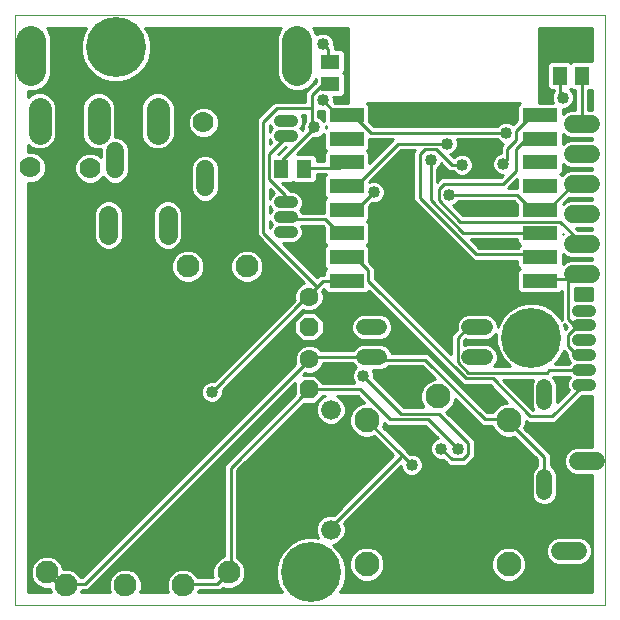
<source format=gtl>
G75*
%MOIN*%
%OFA0B0*%
%FSLAX25Y25*%
%IPPOS*%
%LPD*%
%AMOC8*
5,1,8,0,0,1.08239X$1,22.5*
%
%ADD10C,0.00000*%
%ADD11C,0.05200*%
%ADD12C,0.08268*%
%ADD13C,0.03969*%
%ADD14C,0.10000*%
%ADD15C,0.06000*%
%ADD16C,0.07600*%
%ADD17OC8,0.06300*%
%ADD18C,0.06300*%
%ADD19C,0.06496*%
%ADD20C,0.06600*%
%ADD21R,0.11811X0.04724*%
%ADD22R,0.05118X0.06299*%
%ADD23R,0.06299X0.05118*%
%ADD24C,0.07800*%
%ADD25C,0.01000*%
%ADD26C,0.04000*%
%ADD27C,0.20000*%
%ADD28C,0.07000*%
D10*
X0003165Y0001500D02*
X0200016Y0001500D01*
X0200016Y0198350D01*
X0177614Y0198350D01*
X0114189Y0198350D01*
X0003165Y0198350D01*
X0003165Y0001500D01*
D11*
X0119513Y0084208D02*
X0124713Y0084208D01*
X0124713Y0094208D02*
X0119513Y0094208D01*
X0154713Y0094208D02*
X0159913Y0094208D01*
X0159913Y0084208D02*
X0154713Y0084208D01*
X0179717Y0074285D02*
X0179717Y0069085D01*
X0179717Y0044285D02*
X0179717Y0039085D01*
D12*
X0167764Y0015201D03*
X0120520Y0015201D03*
X0120520Y0063232D03*
X0144142Y0071106D03*
X0167764Y0063232D03*
D13*
X0190969Y0075059D02*
X0194937Y0075059D01*
X0194937Y0079980D02*
X0190969Y0079980D01*
X0190969Y0084902D02*
X0194937Y0084902D01*
X0194937Y0089823D02*
X0190969Y0089823D01*
X0190969Y0094744D02*
X0194937Y0094744D01*
X0194937Y0099665D02*
X0190969Y0099665D01*
X0095583Y0125925D02*
X0091614Y0125925D01*
X0091614Y0130846D02*
X0095583Y0130846D01*
X0095583Y0135768D02*
X0091614Y0135768D01*
X0091657Y0158039D02*
X0095626Y0158039D01*
X0095626Y0162961D02*
X0091657Y0162961D01*
D14*
X0097300Y0179638D02*
X0097300Y0189638D01*
X0008700Y0189638D02*
X0008700Y0179638D01*
D15*
X0036591Y0152776D02*
X0036591Y0146776D01*
X0066591Y0146776D02*
X0066591Y0140776D01*
X0189335Y0141937D02*
X0195335Y0141937D01*
X0195335Y0131937D02*
X0189335Y0131937D01*
X0189335Y0121937D02*
X0195335Y0121937D01*
X0195335Y0111937D02*
X0189335Y0111937D01*
X0189335Y0151937D02*
X0195335Y0151937D01*
X0195335Y0161937D02*
X0189335Y0161937D01*
X0190799Y0049630D02*
X0196799Y0049630D01*
X0190799Y0019630D02*
X0184799Y0019630D01*
D16*
X0080524Y0114437D03*
X0060839Y0114437D03*
X0074563Y0012480D03*
X0059264Y0008138D03*
X0039972Y0008138D03*
X0020287Y0008138D03*
X0013933Y0012480D03*
D17*
X0101335Y0073543D03*
X0101228Y0094370D03*
D18*
X0101228Y0104370D03*
X0101335Y0083543D03*
D19*
X0054091Y0124980D02*
X0054091Y0131476D01*
X0034406Y0131476D02*
X0034406Y0124980D01*
D20*
X0108465Y0066736D03*
X0108465Y0026736D03*
D21*
X0113764Y0109740D03*
X0113764Y0117614D03*
X0113764Y0125488D03*
X0113764Y0133362D03*
X0113764Y0141236D03*
X0113764Y0149110D03*
X0113764Y0156984D03*
X0113764Y0164858D03*
X0178331Y0164858D03*
X0178331Y0156984D03*
X0178331Y0149110D03*
X0178331Y0141236D03*
X0178331Y0133362D03*
X0178331Y0125488D03*
X0178331Y0117614D03*
X0178331Y0109740D03*
D22*
X0184787Y0177961D03*
X0192268Y0177961D03*
X0099496Y0147055D03*
X0092016Y0147055D03*
D23*
X0108264Y0175232D03*
X0108264Y0182713D03*
D24*
X0050818Y0166817D02*
X0050818Y0159017D01*
X0031118Y0159017D02*
X0031118Y0166817D01*
X0011418Y0166817D02*
X0011418Y0159017D01*
D25*
X0007665Y0154851D02*
X0008246Y0154270D01*
X0010304Y0153417D01*
X0012532Y0153417D01*
X0014590Y0154270D01*
X0016166Y0155845D01*
X0017018Y0157903D01*
X0017018Y0167931D01*
X0016166Y0169989D01*
X0014590Y0171565D01*
X0012532Y0172417D01*
X0010304Y0172417D01*
X0008246Y0171565D01*
X0007665Y0170984D01*
X0007665Y0172938D01*
X0010033Y0172938D01*
X0012495Y0173958D01*
X0014380Y0175843D01*
X0015400Y0178305D01*
X0015400Y0190971D01*
X0014380Y0193433D01*
X0013963Y0193850D01*
X0027054Y0193850D01*
X0025963Y0191961D01*
X0025166Y0188985D01*
X0025166Y0185905D01*
X0025963Y0182929D01*
X0027504Y0180261D01*
X0029682Y0178083D01*
X0032350Y0176542D01*
X0035326Y0175745D01*
X0038406Y0175745D01*
X0041382Y0176542D01*
X0044050Y0178083D01*
X0046228Y0180261D01*
X0047769Y0182929D01*
X0048566Y0185905D01*
X0048566Y0188985D01*
X0047769Y0191961D01*
X0046678Y0193850D01*
X0092037Y0193850D01*
X0091620Y0193433D01*
X0090600Y0190971D01*
X0090600Y0178305D01*
X0091620Y0175843D01*
X0093505Y0173958D01*
X0095967Y0172938D01*
X0098633Y0172938D01*
X0101095Y0173958D01*
X0102980Y0175843D01*
X0103414Y0176891D01*
X0103414Y0175960D01*
X0099965Y0172511D01*
X0099965Y0169300D01*
X0089554Y0169300D01*
X0085054Y0164800D01*
X0083765Y0163511D01*
X0083765Y0124789D01*
X0099606Y0108948D01*
X0098481Y0108482D01*
X0097117Y0107117D01*
X0096378Y0105335D01*
X0096378Y0103405D01*
X0096431Y0103277D01*
X0069454Y0076300D01*
X0068129Y0076300D01*
X0066769Y0075737D01*
X0065729Y0074696D01*
X0065165Y0073336D01*
X0065165Y0071864D01*
X0065729Y0070504D01*
X0066769Y0069463D01*
X0068129Y0068900D01*
X0069601Y0068900D01*
X0070961Y0069463D01*
X0072002Y0070504D01*
X0072565Y0071864D01*
X0072565Y0073189D01*
X0099297Y0099920D01*
X0100264Y0099520D01*
X0102193Y0099520D01*
X0103976Y0100258D01*
X0105340Y0101623D01*
X0106078Y0103405D01*
X0106078Y0105335D01*
X0105678Y0106301D01*
X0106158Y0106782D01*
X0106158Y0106674D01*
X0107154Y0105678D01*
X0120373Y0105678D01*
X0121075Y0106379D01*
X0152554Y0074900D01*
X0161554Y0074900D01*
X0167388Y0069066D01*
X0166603Y0069066D01*
X0164459Y0068178D01*
X0162818Y0066537D01*
X0162513Y0065800D01*
X0160677Y0065800D01*
X0142165Y0084311D01*
X0140877Y0085600D01*
X0128790Y0085600D01*
X0128358Y0086643D01*
X0127148Y0087853D01*
X0125568Y0088508D01*
X0118657Y0088508D01*
X0117077Y0087853D01*
X0115867Y0086643D01*
X0115808Y0086500D01*
X0105237Y0086500D01*
X0104082Y0087655D01*
X0102299Y0088393D01*
X0100370Y0088393D01*
X0098587Y0087655D01*
X0097223Y0086291D01*
X0096485Y0084508D01*
X0096485Y0082579D01*
X0096733Y0081979D01*
X0025654Y0010900D01*
X0025096Y0010900D01*
X0024950Y0011253D01*
X0023403Y0012800D01*
X0021381Y0013638D01*
X0019407Y0013638D01*
X0018596Y0015596D01*
X0017049Y0017143D01*
X0015027Y0017980D01*
X0012839Y0017980D01*
X0010818Y0017143D01*
X0009270Y0015596D01*
X0008433Y0013574D01*
X0008433Y0011386D01*
X0009270Y0009365D01*
X0010818Y0007818D01*
X0012839Y0006980D01*
X0014814Y0006980D01*
X0015220Y0006000D01*
X0007665Y0006000D01*
X0007665Y0142257D01*
X0009383Y0142257D01*
X0011294Y0143048D01*
X0012757Y0144511D01*
X0013548Y0146422D01*
X0013548Y0148491D01*
X0012757Y0150402D01*
X0011294Y0151865D01*
X0009383Y0152657D01*
X0007665Y0152657D01*
X0007665Y0154851D01*
X0007665Y0154272D02*
X0008244Y0154272D01*
X0007665Y0153274D02*
X0031891Y0153274D01*
X0031891Y0153417D02*
X0031891Y0150806D01*
X0031101Y0151595D01*
X0029190Y0152387D01*
X0027121Y0152387D01*
X0025210Y0151595D01*
X0023747Y0150133D01*
X0022956Y0148221D01*
X0022956Y0146153D01*
X0023747Y0144241D01*
X0025210Y0142779D01*
X0027121Y0141987D01*
X0029190Y0141987D01*
X0031101Y0142779D01*
X0032556Y0144234D01*
X0032606Y0144113D01*
X0033928Y0142791D01*
X0035656Y0142076D01*
X0037525Y0142076D01*
X0039253Y0142791D01*
X0040575Y0144113D01*
X0041291Y0145841D01*
X0041291Y0153710D01*
X0040575Y0155438D01*
X0039253Y0156760D01*
X0037525Y0157476D01*
X0036541Y0157476D01*
X0036718Y0157903D01*
X0036718Y0167931D01*
X0035866Y0169989D01*
X0034290Y0171565D01*
X0032232Y0172417D01*
X0030004Y0172417D01*
X0027946Y0171565D01*
X0026371Y0169989D01*
X0025518Y0167931D01*
X0025518Y0157903D01*
X0026371Y0155845D01*
X0027946Y0154270D01*
X0030004Y0153417D01*
X0031891Y0153417D01*
X0031891Y0152275D02*
X0029460Y0152275D01*
X0031420Y0151277D02*
X0031891Y0151277D01*
X0027944Y0154272D02*
X0014593Y0154272D01*
X0015591Y0155271D02*
X0026945Y0155271D01*
X0026195Y0156269D02*
X0016341Y0156269D01*
X0016755Y0157268D02*
X0025781Y0157268D01*
X0025518Y0158266D02*
X0017018Y0158266D01*
X0017018Y0159265D02*
X0025518Y0159265D01*
X0025518Y0160263D02*
X0017018Y0160263D01*
X0017018Y0161262D02*
X0025518Y0161262D01*
X0025518Y0162260D02*
X0017018Y0162260D01*
X0017018Y0163259D02*
X0025518Y0163259D01*
X0025518Y0164257D02*
X0017018Y0164257D01*
X0017018Y0165256D02*
X0025518Y0165256D01*
X0025518Y0166254D02*
X0017018Y0166254D01*
X0017018Y0167253D02*
X0025518Y0167253D01*
X0025651Y0168251D02*
X0016885Y0168251D01*
X0016472Y0169250D02*
X0026064Y0169250D01*
X0026630Y0170248D02*
X0015907Y0170248D01*
X0014908Y0171247D02*
X0027628Y0171247D01*
X0029589Y0172245D02*
X0012947Y0172245D01*
X0012780Y0174242D02*
X0093220Y0174242D01*
X0092222Y0175241D02*
X0013778Y0175241D01*
X0014544Y0176239D02*
X0033480Y0176239D01*
X0031145Y0177238D02*
X0014958Y0177238D01*
X0015372Y0178237D02*
X0029528Y0178237D01*
X0028530Y0179235D02*
X0015400Y0179235D01*
X0015400Y0180234D02*
X0027531Y0180234D01*
X0026943Y0181232D02*
X0015400Y0181232D01*
X0015400Y0182231D02*
X0026367Y0182231D01*
X0025883Y0183229D02*
X0015400Y0183229D01*
X0015400Y0184228D02*
X0025615Y0184228D01*
X0025348Y0185226D02*
X0015400Y0185226D01*
X0015400Y0186225D02*
X0025166Y0186225D01*
X0025166Y0187223D02*
X0015400Y0187223D01*
X0015400Y0188222D02*
X0025166Y0188222D01*
X0025229Y0189220D02*
X0015400Y0189220D01*
X0015400Y0190219D02*
X0025497Y0190219D01*
X0025764Y0191217D02*
X0015298Y0191217D01*
X0014884Y0192216D02*
X0026111Y0192216D01*
X0026687Y0193214D02*
X0014471Y0193214D01*
X0010772Y0173244D02*
X0095228Y0173244D01*
X0099372Y0173244D02*
X0100698Y0173244D01*
X0101380Y0174242D02*
X0101697Y0174242D01*
X0102378Y0175241D02*
X0102695Y0175241D01*
X0103144Y0176239D02*
X0103414Y0176239D01*
X0105765Y0175200D02*
X0107565Y0175200D01*
X0108264Y0175232D01*
X0105765Y0175200D02*
X0102165Y0171600D01*
X0102165Y0167100D01*
X0090465Y0167100D01*
X0085965Y0162600D01*
X0085965Y0125700D01*
X0103965Y0107700D01*
X0105765Y0109500D01*
X0112965Y0109500D01*
X0113764Y0109740D01*
X0107029Y0113677D02*
X0106158Y0112807D01*
X0106158Y0111700D01*
X0104854Y0111700D01*
X0103965Y0110811D01*
X0092536Y0122241D01*
X0096316Y0122241D01*
X0097670Y0122802D01*
X0098706Y0123838D01*
X0099267Y0125192D01*
X0099267Y0126658D01*
X0098711Y0128000D01*
X0105754Y0128000D01*
X0106158Y0127596D01*
X0106158Y0122422D01*
X0107029Y0121551D01*
X0106158Y0120681D01*
X0106158Y0114548D01*
X0107029Y0113677D01*
X0106685Y0113333D02*
X0101443Y0113333D01*
X0100445Y0114332D02*
X0106374Y0114332D01*
X0106158Y0115330D02*
X0099446Y0115330D01*
X0098448Y0116329D02*
X0106158Y0116329D01*
X0106158Y0117327D02*
X0097449Y0117327D01*
X0096451Y0118326D02*
X0106158Y0118326D01*
X0106158Y0119324D02*
X0095452Y0119324D01*
X0094454Y0120323D02*
X0106158Y0120323D01*
X0106799Y0121321D02*
X0093455Y0121321D01*
X0096506Y0122320D02*
X0106260Y0122320D01*
X0106158Y0123318D02*
X0098186Y0123318D01*
X0098904Y0124317D02*
X0106158Y0124317D01*
X0106158Y0125315D02*
X0099267Y0125315D01*
X0099267Y0126314D02*
X0106158Y0126314D01*
X0106158Y0127312D02*
X0098996Y0127312D01*
X0098927Y0132400D02*
X0098706Y0132933D01*
X0098332Y0133307D01*
X0098706Y0133681D01*
X0099267Y0135035D01*
X0099267Y0136501D01*
X0098706Y0137855D01*
X0097670Y0138891D01*
X0096316Y0139452D01*
X0095125Y0139452D01*
X0092371Y0142206D01*
X0095279Y0142206D01*
X0095756Y0142682D01*
X0096233Y0142206D01*
X0102759Y0142206D01*
X0103755Y0143201D01*
X0103755Y0145100D01*
X0106956Y0145100D01*
X0106158Y0144303D01*
X0106158Y0138170D01*
X0107029Y0137299D01*
X0106158Y0136429D01*
X0106158Y0132400D01*
X0098927Y0132400D01*
X0098336Y0133303D02*
X0106158Y0133303D01*
X0106158Y0134302D02*
X0098963Y0134302D01*
X0099267Y0135301D02*
X0106158Y0135301D01*
X0106158Y0136299D02*
X0099267Y0136299D01*
X0098937Y0137298D02*
X0107027Y0137298D01*
X0106158Y0138296D02*
X0098265Y0138296D01*
X0096696Y0139295D02*
X0106158Y0139295D01*
X0106158Y0140293D02*
X0094284Y0140293D01*
X0093285Y0141292D02*
X0106158Y0141292D01*
X0106158Y0142290D02*
X0102844Y0142290D01*
X0103755Y0143289D02*
X0106158Y0143289D01*
X0106158Y0144287D02*
X0103755Y0144287D01*
X0100365Y0147300D02*
X0099496Y0147055D01*
X0100365Y0147300D02*
X0111165Y0147300D01*
X0112965Y0149100D01*
X0113764Y0149110D01*
X0106158Y0149500D02*
X0103755Y0149500D01*
X0103755Y0150909D01*
X0102759Y0151905D01*
X0097281Y0151905D01*
X0102477Y0157100D01*
X0103801Y0157100D01*
X0105161Y0157663D01*
X0106158Y0158660D01*
X0106158Y0153918D01*
X0107029Y0153047D01*
X0106158Y0152177D01*
X0106158Y0149500D01*
X0106158Y0150278D02*
X0103755Y0150278D01*
X0103387Y0151277D02*
X0106158Y0151277D01*
X0106257Y0152275D02*
X0097652Y0152275D01*
X0098650Y0153274D02*
X0106802Y0153274D01*
X0106158Y0154272D02*
X0099649Y0154272D01*
X0100647Y0155271D02*
X0106158Y0155271D01*
X0106158Y0156269D02*
X0101646Y0156269D01*
X0104206Y0157268D02*
X0106158Y0157268D01*
X0106158Y0158266D02*
X0105764Y0158266D01*
X0106765Y0160658D02*
X0106765Y0161185D01*
X0107029Y0160921D01*
X0106765Y0160658D01*
X0106158Y0162940D02*
X0105161Y0163937D01*
X0104365Y0164266D01*
X0104365Y0166189D01*
X0104365Y0166375D01*
X0105029Y0166100D01*
X0106158Y0166100D01*
X0106158Y0162940D01*
X0106158Y0163259D02*
X0105839Y0163259D01*
X0106158Y0164257D02*
X0104387Y0164257D01*
X0104365Y0165256D02*
X0106158Y0165256D01*
X0104657Y0166254D02*
X0104365Y0166254D01*
X0102165Y0167100D02*
X0102165Y0160800D01*
X0103065Y0160800D01*
X0102165Y0160800D02*
X0102165Y0159900D01*
X0092265Y0150000D01*
X0092265Y0147300D01*
X0092016Y0147055D01*
X0091059Y0151905D02*
X0090981Y0151905D01*
X0093432Y0154355D01*
X0093509Y0154355D01*
X0091059Y0151905D01*
X0091352Y0152275D02*
X0091429Y0152275D01*
X0092350Y0153274D02*
X0092428Y0153274D01*
X0093349Y0154272D02*
X0093426Y0154272D01*
X0093165Y0157200D02*
X0093642Y0158039D01*
X0093165Y0157200D02*
X0087765Y0151800D01*
X0087765Y0143700D01*
X0093165Y0138300D01*
X0093165Y0136500D01*
X0093598Y0135768D01*
X0089495Y0138859D02*
X0088165Y0140189D01*
X0088165Y0137069D01*
X0088491Y0137855D01*
X0089495Y0138859D01*
X0089060Y0139295D02*
X0088165Y0139295D01*
X0088165Y0138296D02*
X0088932Y0138296D01*
X0088260Y0137298D02*
X0088165Y0137298D01*
X0088165Y0134467D02*
X0088491Y0133681D01*
X0088864Y0133307D01*
X0088491Y0132933D01*
X0088165Y0132148D01*
X0088165Y0134467D01*
X0088165Y0134302D02*
X0088233Y0134302D01*
X0088165Y0133303D02*
X0088861Y0133303D01*
X0088231Y0132305D02*
X0088165Y0132305D01*
X0088165Y0129545D02*
X0088491Y0128759D01*
X0088864Y0128386D01*
X0088491Y0128012D01*
X0088165Y0127226D01*
X0088165Y0129545D01*
X0088165Y0129309D02*
X0088263Y0129309D01*
X0088165Y0128311D02*
X0088790Y0128311D01*
X0088201Y0127312D02*
X0088165Y0127312D01*
X0083765Y0127312D02*
X0059039Y0127312D01*
X0059039Y0126314D02*
X0083765Y0126314D01*
X0083765Y0125315D02*
X0059039Y0125315D01*
X0059039Y0124317D02*
X0084237Y0124317D01*
X0085236Y0123318D02*
X0058758Y0123318D01*
X0059039Y0123996D02*
X0058285Y0122177D01*
X0056893Y0120786D01*
X0055075Y0120032D01*
X0053106Y0120032D01*
X0051288Y0120786D01*
X0049896Y0122177D01*
X0049143Y0123996D01*
X0049143Y0132461D01*
X0049896Y0134279D01*
X0051288Y0135671D01*
X0053106Y0136424D01*
X0055075Y0136424D01*
X0056893Y0135671D01*
X0058285Y0134279D01*
X0059039Y0132461D01*
X0059039Y0123996D01*
X0058344Y0122320D02*
X0086234Y0122320D01*
X0087233Y0121321D02*
X0057429Y0121321D01*
X0055776Y0120323D02*
X0088231Y0120323D01*
X0089230Y0119324D02*
X0083097Y0119324D01*
X0083639Y0119100D02*
X0081618Y0119937D01*
X0079430Y0119937D01*
X0077408Y0119100D01*
X0075861Y0117552D01*
X0075024Y0115531D01*
X0075024Y0113343D01*
X0075861Y0111322D01*
X0077408Y0109774D01*
X0079430Y0108937D01*
X0081618Y0108937D01*
X0083639Y0109774D01*
X0085186Y0111322D01*
X0086024Y0113343D01*
X0086024Y0115531D01*
X0085186Y0117552D01*
X0083639Y0119100D01*
X0084413Y0118326D02*
X0090228Y0118326D01*
X0091227Y0117327D02*
X0085280Y0117327D01*
X0085693Y0116329D02*
X0092225Y0116329D01*
X0093224Y0115330D02*
X0086024Y0115330D01*
X0086024Y0114332D02*
X0094222Y0114332D01*
X0095221Y0113333D02*
X0086020Y0113333D01*
X0085606Y0112335D02*
X0096219Y0112335D01*
X0097218Y0111336D02*
X0085192Y0111336D01*
X0084203Y0110338D02*
X0098216Y0110338D01*
X0099215Y0109339D02*
X0082589Y0109339D01*
X0078459Y0109339D02*
X0062904Y0109339D01*
X0061933Y0108937D02*
X0063954Y0109774D01*
X0065501Y0111322D01*
X0066339Y0113343D01*
X0066339Y0115531D01*
X0065501Y0117552D01*
X0063954Y0119100D01*
X0061933Y0119937D01*
X0059745Y0119937D01*
X0057723Y0119100D01*
X0056176Y0117552D01*
X0055339Y0115531D01*
X0055339Y0113343D01*
X0056176Y0111322D01*
X0057723Y0109774D01*
X0059745Y0108937D01*
X0061933Y0108937D01*
X0064517Y0110338D02*
X0076845Y0110338D01*
X0075855Y0111336D02*
X0065507Y0111336D01*
X0065921Y0112335D02*
X0075441Y0112335D01*
X0075028Y0113333D02*
X0066335Y0113333D01*
X0066339Y0114332D02*
X0075024Y0114332D01*
X0075024Y0115330D02*
X0066339Y0115330D01*
X0066008Y0116329D02*
X0075354Y0116329D01*
X0075768Y0117327D02*
X0065595Y0117327D01*
X0064728Y0118326D02*
X0076634Y0118326D01*
X0077951Y0119324D02*
X0063412Y0119324D01*
X0058265Y0119324D02*
X0007665Y0119324D01*
X0007665Y0118326D02*
X0056949Y0118326D01*
X0056083Y0117327D02*
X0007665Y0117327D01*
X0007665Y0116329D02*
X0055669Y0116329D01*
X0055339Y0115330D02*
X0007665Y0115330D01*
X0007665Y0114332D02*
X0055339Y0114332D01*
X0055343Y0113333D02*
X0007665Y0113333D01*
X0007665Y0112335D02*
X0055756Y0112335D01*
X0056170Y0111336D02*
X0007665Y0111336D01*
X0007665Y0110338D02*
X0057160Y0110338D01*
X0058774Y0109339D02*
X0007665Y0109339D01*
X0007665Y0108341D02*
X0098340Y0108341D01*
X0097342Y0107342D02*
X0007665Y0107342D01*
X0007665Y0106344D02*
X0096796Y0106344D01*
X0096383Y0105345D02*
X0007665Y0105345D01*
X0007665Y0104347D02*
X0096378Y0104347D01*
X0096402Y0103348D02*
X0007665Y0103348D01*
X0007665Y0102350D02*
X0095504Y0102350D01*
X0094505Y0101351D02*
X0007665Y0101351D01*
X0007665Y0100353D02*
X0093507Y0100353D01*
X0092508Y0099354D02*
X0007665Y0099354D01*
X0007665Y0098356D02*
X0091510Y0098356D01*
X0090511Y0097357D02*
X0007665Y0097357D01*
X0007665Y0096359D02*
X0089513Y0096359D01*
X0088514Y0095360D02*
X0007665Y0095360D01*
X0007665Y0094362D02*
X0087516Y0094362D01*
X0086517Y0093363D02*
X0007665Y0093363D01*
X0007665Y0092365D02*
X0085519Y0092365D01*
X0084520Y0091366D02*
X0007665Y0091366D01*
X0007665Y0090368D02*
X0083522Y0090368D01*
X0082523Y0089369D02*
X0007665Y0089369D01*
X0007665Y0088370D02*
X0081525Y0088370D01*
X0080526Y0087372D02*
X0007665Y0087372D01*
X0007665Y0086373D02*
X0079528Y0086373D01*
X0078529Y0085375D02*
X0007665Y0085375D01*
X0007665Y0084376D02*
X0077531Y0084376D01*
X0076532Y0083378D02*
X0007665Y0083378D01*
X0007665Y0082379D02*
X0075534Y0082379D01*
X0074535Y0081381D02*
X0007665Y0081381D01*
X0007665Y0080382D02*
X0073536Y0080382D01*
X0072538Y0079384D02*
X0007665Y0079384D01*
X0007665Y0078385D02*
X0071539Y0078385D01*
X0070541Y0077387D02*
X0007665Y0077387D01*
X0007665Y0076388D02*
X0069542Y0076388D01*
X0066423Y0075390D02*
X0007665Y0075390D01*
X0007665Y0074391D02*
X0065602Y0074391D01*
X0065189Y0073393D02*
X0007665Y0073393D01*
X0007665Y0072394D02*
X0065165Y0072394D01*
X0065359Y0071396D02*
X0007665Y0071396D01*
X0007665Y0070397D02*
X0065835Y0070397D01*
X0066925Y0069399D02*
X0007665Y0069399D01*
X0007665Y0068400D02*
X0083154Y0068400D01*
X0082156Y0067402D02*
X0007665Y0067402D01*
X0007665Y0066403D02*
X0081157Y0066403D01*
X0080159Y0065405D02*
X0007665Y0065405D01*
X0007665Y0064406D02*
X0079160Y0064406D01*
X0078162Y0063408D02*
X0007665Y0063408D01*
X0007665Y0062409D02*
X0077163Y0062409D01*
X0076165Y0061411D02*
X0007665Y0061411D01*
X0007665Y0060412D02*
X0075166Y0060412D01*
X0074168Y0059414D02*
X0007665Y0059414D01*
X0007665Y0058415D02*
X0073169Y0058415D01*
X0072171Y0057417D02*
X0007665Y0057417D01*
X0007665Y0056418D02*
X0071172Y0056418D01*
X0070174Y0055420D02*
X0007665Y0055420D01*
X0007665Y0054421D02*
X0069175Y0054421D01*
X0068177Y0053423D02*
X0007665Y0053423D01*
X0007665Y0052424D02*
X0067178Y0052424D01*
X0066180Y0051426D02*
X0007665Y0051426D01*
X0007665Y0050427D02*
X0065181Y0050427D01*
X0064183Y0049429D02*
X0007665Y0049429D01*
X0007665Y0048430D02*
X0063184Y0048430D01*
X0062186Y0047432D02*
X0007665Y0047432D01*
X0007665Y0046433D02*
X0061187Y0046433D01*
X0060189Y0045434D02*
X0007665Y0045434D01*
X0007665Y0044436D02*
X0059190Y0044436D01*
X0058192Y0043437D02*
X0007665Y0043437D01*
X0007665Y0042439D02*
X0057193Y0042439D01*
X0056195Y0041440D02*
X0007665Y0041440D01*
X0007665Y0040442D02*
X0055196Y0040442D01*
X0054198Y0039443D02*
X0007665Y0039443D01*
X0007665Y0038445D02*
X0053199Y0038445D01*
X0052201Y0037446D02*
X0007665Y0037446D01*
X0007665Y0036448D02*
X0051202Y0036448D01*
X0050203Y0035449D02*
X0007665Y0035449D01*
X0007665Y0034451D02*
X0049205Y0034451D01*
X0048206Y0033452D02*
X0007665Y0033452D01*
X0007665Y0032454D02*
X0047208Y0032454D01*
X0046209Y0031455D02*
X0007665Y0031455D01*
X0007665Y0030457D02*
X0045211Y0030457D01*
X0044212Y0029458D02*
X0007665Y0029458D01*
X0007665Y0028460D02*
X0043214Y0028460D01*
X0042215Y0027461D02*
X0007665Y0027461D01*
X0007665Y0026463D02*
X0041217Y0026463D01*
X0040218Y0025464D02*
X0007665Y0025464D01*
X0007665Y0024466D02*
X0039220Y0024466D01*
X0038221Y0023467D02*
X0007665Y0023467D01*
X0007665Y0022469D02*
X0037223Y0022469D01*
X0036224Y0021470D02*
X0007665Y0021470D01*
X0007665Y0020472D02*
X0035226Y0020472D01*
X0034227Y0019473D02*
X0007665Y0019473D01*
X0007665Y0018475D02*
X0033229Y0018475D01*
X0032230Y0017476D02*
X0016244Y0017476D01*
X0017714Y0016478D02*
X0031232Y0016478D01*
X0030233Y0015479D02*
X0018644Y0015479D01*
X0019058Y0014481D02*
X0029235Y0014481D01*
X0028236Y0013482D02*
X0021757Y0013482D01*
X0023720Y0012484D02*
X0027238Y0012484D01*
X0026239Y0011485D02*
X0024718Y0011485D01*
X0026565Y0008700D02*
X0021165Y0008700D01*
X0020287Y0008138D01*
X0020265Y0008700D01*
X0017565Y0008700D01*
X0013965Y0012300D01*
X0013933Y0012480D01*
X0008806Y0010487D02*
X0007665Y0010487D01*
X0007665Y0011485D02*
X0008433Y0011485D01*
X0008433Y0012484D02*
X0007665Y0012484D01*
X0007665Y0013482D02*
X0008433Y0013482D01*
X0008808Y0014481D02*
X0007665Y0014481D01*
X0007665Y0015479D02*
X0009222Y0015479D01*
X0010152Y0016478D02*
X0007665Y0016478D01*
X0007665Y0017476D02*
X0011622Y0017476D01*
X0009219Y0009488D02*
X0007665Y0009488D01*
X0007665Y0008490D02*
X0010146Y0008490D01*
X0011606Y0007491D02*
X0007665Y0007491D01*
X0007665Y0006493D02*
X0015016Y0006493D01*
X0025355Y0006000D02*
X0025562Y0006500D01*
X0027477Y0006500D01*
X0096485Y0075508D01*
X0096485Y0071831D01*
X0072965Y0048311D01*
X0072965Y0017772D01*
X0071447Y0017143D01*
X0069900Y0015596D01*
X0069063Y0013574D01*
X0069063Y0011386D01*
X0069264Y0010900D01*
X0064073Y0010900D01*
X0063926Y0011253D01*
X0062379Y0012800D01*
X0060358Y0013638D01*
X0058170Y0013638D01*
X0056148Y0012800D01*
X0054601Y0011253D01*
X0053764Y0009232D01*
X0053764Y0007044D01*
X0054196Y0006000D01*
X0045040Y0006000D01*
X0045472Y0007044D01*
X0045472Y0009232D01*
X0044635Y0011253D01*
X0043088Y0012800D01*
X0041066Y0013638D01*
X0038878Y0013638D01*
X0036857Y0012800D01*
X0035310Y0011253D01*
X0034472Y0009232D01*
X0034472Y0007044D01*
X0034905Y0006000D01*
X0025355Y0006000D01*
X0025559Y0006493D02*
X0034701Y0006493D01*
X0034472Y0007491D02*
X0028468Y0007491D01*
X0029466Y0008490D02*
X0034472Y0008490D01*
X0034579Y0009488D02*
X0030465Y0009488D01*
X0031463Y0010487D02*
X0034992Y0010487D01*
X0035542Y0011485D02*
X0032462Y0011485D01*
X0033460Y0012484D02*
X0036540Y0012484D01*
X0038503Y0013482D02*
X0034459Y0013482D01*
X0035457Y0014481D02*
X0069438Y0014481D01*
X0069063Y0013482D02*
X0060734Y0013482D01*
X0062696Y0012484D02*
X0069063Y0012484D01*
X0069063Y0011485D02*
X0063695Y0011485D01*
X0059865Y0008700D02*
X0059264Y0008138D01*
X0059865Y0008700D02*
X0070665Y0008700D01*
X0074265Y0012300D01*
X0074563Y0012480D01*
X0075165Y0013200D01*
X0075165Y0047400D01*
X0101265Y0073500D01*
X0101335Y0073543D01*
X0102165Y0073500D01*
X0118365Y0073500D01*
X0128265Y0063600D01*
X0140865Y0063600D01*
X0150765Y0053700D01*
X0154365Y0051900D02*
X0152565Y0050100D01*
X0148965Y0050100D01*
X0145365Y0053700D01*
X0141889Y0052424D02*
X0134453Y0052424D01*
X0134065Y0052811D02*
X0132777Y0054100D01*
X0125900Y0060977D01*
X0126354Y0062072D01*
X0126354Y0062401D01*
X0127354Y0061400D01*
X0139954Y0061400D01*
X0144152Y0057202D01*
X0143269Y0056837D01*
X0142229Y0055796D01*
X0141665Y0054436D01*
X0141665Y0052964D01*
X0142229Y0051604D01*
X0143269Y0050563D01*
X0144629Y0050000D01*
X0145954Y0050000D01*
X0146765Y0049189D01*
X0148054Y0047900D01*
X0153477Y0047900D01*
X0155277Y0049700D01*
X0156565Y0050989D01*
X0156565Y0056411D01*
X0147001Y0065976D01*
X0147446Y0066161D01*
X0149087Y0067802D01*
X0149976Y0069946D01*
X0149976Y0070279D01*
X0158854Y0061400D01*
X0162208Y0061400D01*
X0162818Y0059928D01*
X0164459Y0058287D01*
X0166603Y0057398D01*
X0168924Y0057398D01*
X0169724Y0057730D01*
X0177365Y0050089D01*
X0177365Y0047965D01*
X0177281Y0047930D01*
X0176071Y0046721D01*
X0175417Y0045140D01*
X0175417Y0038230D01*
X0176071Y0036649D01*
X0177281Y0035440D01*
X0178861Y0034785D01*
X0180572Y0034785D01*
X0182152Y0035440D01*
X0183362Y0036649D01*
X0184017Y0038230D01*
X0184017Y0045140D01*
X0183362Y0046721D01*
X0182152Y0047930D01*
X0181765Y0048091D01*
X0181765Y0051911D01*
X0173014Y0060663D01*
X0173598Y0062072D01*
X0173598Y0062856D01*
X0174154Y0062300D01*
X0183177Y0062300D01*
X0184465Y0063589D01*
X0192251Y0071375D01*
X0195516Y0071375D01*
X0195516Y0054330D01*
X0189864Y0054330D01*
X0188137Y0053614D01*
X0186815Y0052292D01*
X0186099Y0050565D01*
X0186099Y0048695D01*
X0186815Y0046968D01*
X0188137Y0045645D01*
X0189864Y0044930D01*
X0195516Y0044930D01*
X0195516Y0006000D01*
X0111669Y0006000D01*
X0112844Y0008035D01*
X0113641Y0011011D01*
X0113641Y0014092D01*
X0112844Y0017067D01*
X0111303Y0019735D01*
X0109302Y0021736D01*
X0109459Y0021736D01*
X0111297Y0022497D01*
X0112703Y0023904D01*
X0113465Y0025742D01*
X0113465Y0027731D01*
X0112950Y0028973D01*
X0131765Y0047789D01*
X0131765Y0047564D01*
X0132329Y0046204D01*
X0133369Y0045163D01*
X0134729Y0044600D01*
X0136201Y0044600D01*
X0137561Y0045163D01*
X0138602Y0046204D01*
X0139165Y0047564D01*
X0139165Y0049036D01*
X0138602Y0050396D01*
X0137561Y0051437D01*
X0136201Y0052000D01*
X0134877Y0052000D01*
X0134065Y0052811D01*
X0133454Y0053423D02*
X0141665Y0053423D01*
X0141665Y0054421D02*
X0132456Y0054421D01*
X0131457Y0055420D02*
X0142073Y0055420D01*
X0142851Y0056418D02*
X0130458Y0056418D01*
X0129460Y0057417D02*
X0143937Y0057417D01*
X0142939Y0058415D02*
X0128461Y0058415D01*
X0127463Y0059414D02*
X0141940Y0059414D01*
X0140942Y0060412D02*
X0126464Y0060412D01*
X0126080Y0061411D02*
X0127343Y0061411D01*
X0123237Y0057417D02*
X0121724Y0057417D01*
X0121680Y0057398D02*
X0122794Y0057860D01*
X0129204Y0051450D01*
X0109481Y0031727D01*
X0109459Y0031736D01*
X0107470Y0031736D01*
X0105632Y0030975D01*
X0104226Y0029568D01*
X0103465Y0027731D01*
X0103465Y0025742D01*
X0104157Y0024070D01*
X0103481Y0024251D01*
X0100401Y0024251D01*
X0097425Y0023454D01*
X0094757Y0021913D01*
X0092579Y0019735D01*
X0091038Y0017067D01*
X0090241Y0014092D01*
X0090241Y0011011D01*
X0091038Y0008035D01*
X0092213Y0006000D01*
X0064331Y0006000D01*
X0064539Y0006500D01*
X0071577Y0006500D01*
X0072471Y0007394D01*
X0073469Y0006980D01*
X0075657Y0006980D01*
X0077678Y0007818D01*
X0079226Y0009365D01*
X0080063Y0011386D01*
X0080063Y0013574D01*
X0079226Y0015596D01*
X0077678Y0017143D01*
X0077365Y0017273D01*
X0077365Y0046489D01*
X0099570Y0068693D01*
X0103344Y0068693D01*
X0105950Y0071300D01*
X0106417Y0071300D01*
X0105632Y0070975D01*
X0104226Y0069568D01*
X0103465Y0067731D01*
X0103465Y0065742D01*
X0104226Y0063904D01*
X0105632Y0062497D01*
X0107470Y0061736D01*
X0109459Y0061736D01*
X0111297Y0062497D01*
X0112703Y0063904D01*
X0113465Y0065742D01*
X0113465Y0067731D01*
X0112703Y0069568D01*
X0111297Y0070975D01*
X0110512Y0071300D01*
X0117454Y0071300D01*
X0119688Y0069066D01*
X0119359Y0069066D01*
X0117215Y0068178D01*
X0115574Y0066537D01*
X0114686Y0064393D01*
X0114686Y0062072D01*
X0115574Y0059928D01*
X0117215Y0058287D01*
X0119359Y0057398D01*
X0121680Y0057398D01*
X0119315Y0057417D02*
X0088293Y0057417D01*
X0089292Y0058415D02*
X0117086Y0058415D01*
X0116088Y0059414D02*
X0090290Y0059414D01*
X0091289Y0060412D02*
X0115373Y0060412D01*
X0114960Y0061411D02*
X0092287Y0061411D01*
X0093286Y0062409D02*
X0105845Y0062409D01*
X0104722Y0063408D02*
X0094284Y0063408D01*
X0095283Y0064406D02*
X0104018Y0064406D01*
X0103604Y0065405D02*
X0096281Y0065405D01*
X0097280Y0066403D02*
X0103465Y0066403D01*
X0103465Y0067402D02*
X0098278Y0067402D01*
X0099277Y0068400D02*
X0103742Y0068400D01*
X0104049Y0069399D02*
X0104155Y0069399D01*
X0105048Y0070397D02*
X0105055Y0070397D01*
X0106037Y0075700D02*
X0103344Y0078393D01*
X0099370Y0078393D01*
X0099875Y0078898D01*
X0100370Y0078693D01*
X0102299Y0078693D01*
X0104082Y0079432D01*
X0105446Y0080796D01*
X0105986Y0082100D01*
X0115731Y0082100D01*
X0115867Y0081772D01*
X0116836Y0080803D01*
X0116129Y0080096D01*
X0115565Y0078736D01*
X0115565Y0077264D01*
X0116129Y0075904D01*
X0116333Y0075700D01*
X0106037Y0075700D01*
X0105349Y0076388D02*
X0115928Y0076388D01*
X0115565Y0077387D02*
X0104350Y0077387D01*
X0103351Y0078385D02*
X0115565Y0078385D01*
X0115834Y0079384D02*
X0103967Y0079384D01*
X0105033Y0080382D02*
X0116415Y0080382D01*
X0116258Y0081381D02*
X0105689Y0081381D01*
X0102165Y0084300D02*
X0101335Y0083543D01*
X0101265Y0083400D01*
X0026565Y0008700D01*
X0036456Y0015479D02*
X0069852Y0015479D01*
X0070782Y0016478D02*
X0037454Y0016478D01*
X0038453Y0017476D02*
X0072252Y0017476D01*
X0072965Y0018475D02*
X0039451Y0018475D01*
X0040450Y0019473D02*
X0072965Y0019473D01*
X0072965Y0020472D02*
X0041448Y0020472D01*
X0042447Y0021470D02*
X0072965Y0021470D01*
X0072965Y0022469D02*
X0043445Y0022469D01*
X0044444Y0023467D02*
X0072965Y0023467D01*
X0072965Y0024466D02*
X0045442Y0024466D01*
X0046441Y0025464D02*
X0072965Y0025464D01*
X0072965Y0026463D02*
X0047439Y0026463D01*
X0048438Y0027461D02*
X0072965Y0027461D01*
X0072965Y0028460D02*
X0049436Y0028460D01*
X0050435Y0029458D02*
X0072965Y0029458D01*
X0072965Y0030457D02*
X0051433Y0030457D01*
X0052432Y0031455D02*
X0072965Y0031455D01*
X0072965Y0032454D02*
X0053430Y0032454D01*
X0054429Y0033452D02*
X0072965Y0033452D01*
X0072965Y0034451D02*
X0055427Y0034451D01*
X0056426Y0035449D02*
X0072965Y0035449D01*
X0072965Y0036448D02*
X0057425Y0036448D01*
X0058423Y0037446D02*
X0072965Y0037446D01*
X0072965Y0038445D02*
X0059422Y0038445D01*
X0060420Y0039443D02*
X0072965Y0039443D01*
X0072965Y0040442D02*
X0061419Y0040442D01*
X0062417Y0041440D02*
X0072965Y0041440D01*
X0072965Y0042439D02*
X0063416Y0042439D01*
X0064414Y0043437D02*
X0072965Y0043437D01*
X0072965Y0044436D02*
X0065413Y0044436D01*
X0066411Y0045434D02*
X0072965Y0045434D01*
X0072965Y0046433D02*
X0067410Y0046433D01*
X0068408Y0047432D02*
X0072965Y0047432D01*
X0073084Y0048430D02*
X0069407Y0048430D01*
X0070405Y0049429D02*
X0074083Y0049429D01*
X0075081Y0050427D02*
X0071404Y0050427D01*
X0072402Y0051426D02*
X0076080Y0051426D01*
X0077078Y0052424D02*
X0073401Y0052424D01*
X0074399Y0053423D02*
X0078077Y0053423D01*
X0079075Y0054421D02*
X0075398Y0054421D01*
X0076396Y0055420D02*
X0080074Y0055420D01*
X0081072Y0056418D02*
X0077395Y0056418D01*
X0078393Y0057417D02*
X0082071Y0057417D01*
X0083069Y0058415D02*
X0079392Y0058415D01*
X0080390Y0059414D02*
X0084068Y0059414D01*
X0085066Y0060412D02*
X0081389Y0060412D01*
X0082387Y0061411D02*
X0086065Y0061411D01*
X0087063Y0062409D02*
X0083386Y0062409D01*
X0084384Y0063408D02*
X0088062Y0063408D01*
X0089060Y0064406D02*
X0085383Y0064406D01*
X0086381Y0065405D02*
X0090059Y0065405D01*
X0091057Y0066403D02*
X0087380Y0066403D01*
X0088378Y0067402D02*
X0092056Y0067402D01*
X0093054Y0068400D02*
X0089377Y0068400D01*
X0090375Y0069399D02*
X0094053Y0069399D01*
X0095051Y0070397D02*
X0091374Y0070397D01*
X0092372Y0071396D02*
X0096050Y0071396D01*
X0096485Y0072394D02*
X0093371Y0072394D01*
X0094369Y0073393D02*
X0096485Y0073393D01*
X0096485Y0074391D02*
X0095368Y0074391D01*
X0096366Y0075390D02*
X0096485Y0075390D01*
X0093139Y0078385D02*
X0077762Y0078385D01*
X0076763Y0077387D02*
X0092141Y0077387D01*
X0091142Y0076388D02*
X0075765Y0076388D01*
X0074766Y0075390D02*
X0090144Y0075390D01*
X0089145Y0074391D02*
X0073768Y0074391D01*
X0072769Y0073393D02*
X0088147Y0073393D01*
X0087148Y0072394D02*
X0072565Y0072394D01*
X0072371Y0071396D02*
X0086150Y0071396D01*
X0085151Y0070397D02*
X0071895Y0070397D01*
X0070805Y0069399D02*
X0084153Y0069399D01*
X0078760Y0079384D02*
X0094138Y0079384D01*
X0095136Y0080382D02*
X0079759Y0080382D01*
X0080758Y0081381D02*
X0096135Y0081381D01*
X0096567Y0082379D02*
X0081756Y0082379D01*
X0082755Y0083378D02*
X0096485Y0083378D01*
X0096485Y0084376D02*
X0083753Y0084376D01*
X0084752Y0085375D02*
X0096844Y0085375D01*
X0097306Y0086373D02*
X0085750Y0086373D01*
X0086749Y0087372D02*
X0098304Y0087372D01*
X0100315Y0088370D02*
X0087747Y0088370D01*
X0088746Y0089369D02*
X0138085Y0089369D01*
X0137087Y0090368D02*
X0126678Y0090368D01*
X0127148Y0090562D02*
X0125568Y0089908D01*
X0118657Y0089908D01*
X0117077Y0090562D01*
X0115867Y0091772D01*
X0115213Y0093352D01*
X0115213Y0095063D01*
X0115867Y0096643D01*
X0117077Y0097853D01*
X0118657Y0098508D01*
X0125568Y0098508D01*
X0127148Y0097853D01*
X0128358Y0096643D01*
X0129013Y0095063D01*
X0129013Y0093352D01*
X0128358Y0091772D01*
X0127148Y0090562D01*
X0127952Y0091366D02*
X0136088Y0091366D01*
X0135090Y0092365D02*
X0128603Y0092365D01*
X0129013Y0093363D02*
X0134091Y0093363D01*
X0133093Y0094362D02*
X0129013Y0094362D01*
X0128890Y0095360D02*
X0132094Y0095360D01*
X0131095Y0096359D02*
X0128476Y0096359D01*
X0127644Y0097357D02*
X0130097Y0097357D01*
X0129098Y0098356D02*
X0125935Y0098356D01*
X0127101Y0100353D02*
X0104070Y0100353D01*
X0103237Y0099220D02*
X0099219Y0099220D01*
X0096378Y0096379D01*
X0096378Y0092361D01*
X0099219Y0089520D01*
X0103237Y0089520D01*
X0106078Y0092361D01*
X0106078Y0096379D01*
X0103237Y0099220D01*
X0104102Y0098356D02*
X0118290Y0098356D01*
X0116581Y0097357D02*
X0105100Y0097357D01*
X0106078Y0096359D02*
X0115749Y0096359D01*
X0115336Y0095360D02*
X0106078Y0095360D01*
X0106078Y0094362D02*
X0115213Y0094362D01*
X0115213Y0093363D02*
X0106078Y0093363D01*
X0106078Y0092365D02*
X0115622Y0092365D01*
X0116273Y0091366D02*
X0105083Y0091366D01*
X0104085Y0090368D02*
X0117547Y0090368D01*
X0118326Y0088370D02*
X0102354Y0088370D01*
X0104365Y0087372D02*
X0116596Y0087372D01*
X0124665Y0084300D02*
X0124713Y0084208D01*
X0125565Y0083400D01*
X0139965Y0083400D01*
X0159765Y0063600D01*
X0166965Y0063600D01*
X0167764Y0063232D01*
X0167865Y0062700D01*
X0179565Y0051000D01*
X0179565Y0042000D01*
X0179717Y0041685D01*
X0184017Y0041440D02*
X0195516Y0041440D01*
X0195516Y0040442D02*
X0184017Y0040442D01*
X0184017Y0039443D02*
X0195516Y0039443D01*
X0195516Y0038445D02*
X0184017Y0038445D01*
X0183692Y0037446D02*
X0195516Y0037446D01*
X0195516Y0036448D02*
X0183161Y0036448D01*
X0182162Y0035449D02*
X0195516Y0035449D01*
X0195516Y0034451D02*
X0118427Y0034451D01*
X0117429Y0033452D02*
X0195516Y0033452D01*
X0195516Y0032454D02*
X0116430Y0032454D01*
X0115432Y0031455D02*
X0195516Y0031455D01*
X0195516Y0030457D02*
X0114433Y0030457D01*
X0113435Y0029458D02*
X0195516Y0029458D01*
X0195516Y0028460D02*
X0113163Y0028460D01*
X0113465Y0027461D02*
X0195516Y0027461D01*
X0195516Y0026463D02*
X0113465Y0026463D01*
X0113350Y0025464D02*
X0195516Y0025464D01*
X0195516Y0024466D02*
X0112936Y0024466D01*
X0112267Y0023467D02*
X0181990Y0023467D01*
X0182137Y0023614D02*
X0180815Y0022292D01*
X0180099Y0020565D01*
X0180099Y0018695D01*
X0180815Y0016968D01*
X0182137Y0015645D01*
X0183864Y0014930D01*
X0191734Y0014930D01*
X0193462Y0015645D01*
X0194784Y0016968D01*
X0195499Y0018695D01*
X0195499Y0020565D01*
X0194784Y0022292D01*
X0193462Y0023614D01*
X0191734Y0024330D01*
X0183864Y0024330D01*
X0182137Y0023614D01*
X0180991Y0022469D02*
X0111228Y0022469D01*
X0109568Y0021470D02*
X0180474Y0021470D01*
X0180099Y0020472D02*
X0170283Y0020472D01*
X0171068Y0020146D02*
X0168924Y0021035D01*
X0166603Y0021035D01*
X0164459Y0020146D01*
X0162818Y0018505D01*
X0161930Y0016361D01*
X0161930Y0014040D01*
X0162818Y0011896D01*
X0164459Y0010255D01*
X0166603Y0009367D01*
X0168924Y0009367D01*
X0171068Y0010255D01*
X0172709Y0011896D01*
X0173598Y0014040D01*
X0173598Y0016361D01*
X0172709Y0018505D01*
X0171068Y0020146D01*
X0171742Y0019473D02*
X0180099Y0019473D01*
X0180190Y0018475D02*
X0172722Y0018475D01*
X0173136Y0017476D02*
X0180604Y0017476D01*
X0181305Y0016478D02*
X0173549Y0016478D01*
X0173598Y0015479D02*
X0182538Y0015479D01*
X0173598Y0014481D02*
X0195516Y0014481D01*
X0195516Y0015479D02*
X0193060Y0015479D01*
X0194294Y0016478D02*
X0195516Y0016478D01*
X0195516Y0017476D02*
X0194994Y0017476D01*
X0195408Y0018475D02*
X0195516Y0018475D01*
X0195499Y0019473D02*
X0195516Y0019473D01*
X0195499Y0020472D02*
X0195516Y0020472D01*
X0195516Y0021470D02*
X0195124Y0021470D01*
X0195516Y0022469D02*
X0194607Y0022469D01*
X0195516Y0023467D02*
X0193609Y0023467D01*
X0195516Y0013482D02*
X0173366Y0013482D01*
X0172953Y0012484D02*
X0195516Y0012484D01*
X0195516Y0011485D02*
X0172298Y0011485D01*
X0171300Y0010487D02*
X0195516Y0010487D01*
X0195516Y0009488D02*
X0169217Y0009488D01*
X0166311Y0009488D02*
X0121973Y0009488D01*
X0121680Y0009367D02*
X0123824Y0010255D01*
X0125465Y0011896D01*
X0126354Y0014040D01*
X0126354Y0016361D01*
X0125465Y0018505D01*
X0123824Y0020146D01*
X0121680Y0021035D01*
X0119359Y0021035D01*
X0117215Y0020146D01*
X0115574Y0018505D01*
X0114686Y0016361D01*
X0114686Y0014040D01*
X0115574Y0011896D01*
X0117215Y0010255D01*
X0119359Y0009367D01*
X0121680Y0009367D01*
X0119067Y0009488D02*
X0113233Y0009488D01*
X0112965Y0008490D02*
X0195516Y0008490D01*
X0195516Y0007491D02*
X0112529Y0007491D01*
X0111953Y0006493D02*
X0195516Y0006493D01*
X0165244Y0020472D02*
X0123039Y0020472D01*
X0124498Y0019473D02*
X0163786Y0019473D01*
X0162805Y0018475D02*
X0125478Y0018475D01*
X0125892Y0017476D02*
X0162392Y0017476D01*
X0161978Y0016478D02*
X0126305Y0016478D01*
X0126354Y0015479D02*
X0161930Y0015479D01*
X0161930Y0014481D02*
X0126354Y0014481D01*
X0126122Y0013482D02*
X0162161Y0013482D01*
X0162575Y0012484D02*
X0125709Y0012484D01*
X0125054Y0011485D02*
X0163229Y0011485D01*
X0164228Y0010487D02*
X0124056Y0010487D01*
X0116984Y0010487D02*
X0113500Y0010487D01*
X0113641Y0011485D02*
X0115985Y0011485D01*
X0115331Y0012484D02*
X0113641Y0012484D01*
X0113641Y0013482D02*
X0114917Y0013482D01*
X0114686Y0014481D02*
X0113537Y0014481D01*
X0113269Y0015479D02*
X0114686Y0015479D01*
X0114734Y0016478D02*
X0113002Y0016478D01*
X0112607Y0017476D02*
X0115148Y0017476D01*
X0115561Y0018475D02*
X0112031Y0018475D01*
X0111454Y0019473D02*
X0116542Y0019473D01*
X0118000Y0020472D02*
X0110567Y0020472D01*
X0108465Y0026736D02*
X0108465Y0027600D01*
X0131865Y0051000D01*
X0131865Y0051900D01*
X0135465Y0048300D01*
X0139165Y0048430D02*
X0147524Y0048430D01*
X0146526Y0049429D02*
X0139003Y0049429D01*
X0138571Y0050427D02*
X0143598Y0050427D01*
X0142407Y0051426D02*
X0137572Y0051426D01*
X0139110Y0047432D02*
X0176782Y0047432D01*
X0177365Y0048430D02*
X0154007Y0048430D01*
X0155005Y0049429D02*
X0177365Y0049429D01*
X0177027Y0050427D02*
X0156004Y0050427D01*
X0156565Y0051426D02*
X0176029Y0051426D01*
X0175030Y0052424D02*
X0156565Y0052424D01*
X0156565Y0053423D02*
X0174031Y0053423D01*
X0173033Y0054421D02*
X0156565Y0054421D01*
X0156565Y0055420D02*
X0172034Y0055420D01*
X0171036Y0056418D02*
X0156558Y0056418D01*
X0155560Y0057417D02*
X0166559Y0057417D01*
X0168968Y0057417D02*
X0170037Y0057417D01*
X0173264Y0060412D02*
X0195516Y0060412D01*
X0195516Y0059414D02*
X0174263Y0059414D01*
X0175261Y0058415D02*
X0195516Y0058415D01*
X0195516Y0057417D02*
X0176260Y0057417D01*
X0177258Y0056418D02*
X0195516Y0056418D01*
X0195516Y0055420D02*
X0178257Y0055420D01*
X0179256Y0054421D02*
X0195516Y0054421D01*
X0195516Y0061411D02*
X0173324Y0061411D01*
X0173598Y0062409D02*
X0174045Y0062409D01*
X0175065Y0064500D02*
X0162465Y0077100D01*
X0153465Y0077100D01*
X0121065Y0109500D01*
X0121065Y0113100D01*
X0116565Y0117600D01*
X0113865Y0117600D01*
X0113764Y0117614D01*
X0120499Y0121551D02*
X0121369Y0122422D01*
X0121369Y0128555D01*
X0120499Y0129425D01*
X0121369Y0130296D01*
X0121369Y0134593D01*
X0122277Y0135500D01*
X0123601Y0135500D01*
X0124961Y0136063D01*
X0126002Y0137104D01*
X0126565Y0138464D01*
X0126565Y0139936D01*
X0126002Y0141296D01*
X0124961Y0142337D01*
X0123601Y0142900D01*
X0122129Y0142900D01*
X0121369Y0142585D01*
X0121369Y0142693D01*
X0131877Y0153200D01*
X0136454Y0153200D01*
X0135965Y0152711D01*
X0135965Y0136489D01*
X0154865Y0117589D01*
X0156154Y0116300D01*
X0170725Y0116300D01*
X0170725Y0114548D01*
X0171596Y0113677D01*
X0170725Y0112807D01*
X0170725Y0106674D01*
X0171721Y0105678D01*
X0184940Y0105678D01*
X0185465Y0106203D01*
X0185465Y0096441D01*
X0184693Y0097778D01*
X0182515Y0099957D01*
X0179847Y0101497D01*
X0176871Y0102294D01*
X0173790Y0102294D01*
X0170815Y0101497D01*
X0168147Y0099957D01*
X0165968Y0097778D01*
X0164428Y0095111D01*
X0164213Y0094306D01*
X0164213Y0095063D01*
X0163558Y0096643D01*
X0162348Y0097853D01*
X0160768Y0098508D01*
X0153857Y0098508D01*
X0152277Y0097853D01*
X0151067Y0096643D01*
X0150413Y0095063D01*
X0150413Y0093359D01*
X0148565Y0091511D01*
X0148565Y0085111D01*
X0123265Y0110411D01*
X0123265Y0114011D01*
X0121369Y0115907D01*
X0121369Y0120681D01*
X0120499Y0121551D01*
X0120728Y0121321D02*
X0151133Y0121321D01*
X0152131Y0120323D02*
X0121369Y0120323D01*
X0121369Y0119324D02*
X0153130Y0119324D01*
X0154128Y0118326D02*
X0121369Y0118326D01*
X0121369Y0117327D02*
X0155127Y0117327D01*
X0156125Y0116329D02*
X0121369Y0116329D01*
X0121946Y0115330D02*
X0170725Y0115330D01*
X0170941Y0114332D02*
X0122945Y0114332D01*
X0123265Y0113333D02*
X0171252Y0113333D01*
X0170725Y0112335D02*
X0123265Y0112335D01*
X0123265Y0111336D02*
X0170725Y0111336D01*
X0170725Y0110338D02*
X0123339Y0110338D01*
X0124337Y0109339D02*
X0170725Y0109339D01*
X0170725Y0108341D02*
X0125336Y0108341D01*
X0126334Y0107342D02*
X0170725Y0107342D01*
X0171055Y0106344D02*
X0127333Y0106344D01*
X0128331Y0105345D02*
X0185465Y0105345D01*
X0185465Y0104347D02*
X0129330Y0104347D01*
X0130328Y0103348D02*
X0185465Y0103348D01*
X0185465Y0102350D02*
X0131327Y0102350D01*
X0132325Y0101351D02*
X0170562Y0101351D01*
X0168832Y0100353D02*
X0133324Y0100353D01*
X0134323Y0099354D02*
X0167544Y0099354D01*
X0166546Y0098356D02*
X0161135Y0098356D01*
X0162844Y0097357D02*
X0165725Y0097357D01*
X0165149Y0096359D02*
X0163676Y0096359D01*
X0164090Y0095360D02*
X0164572Y0095360D01*
X0164227Y0094362D02*
X0164213Y0094362D01*
X0163631Y0091948D02*
X0163631Y0089054D01*
X0164428Y0086078D01*
X0165968Y0083411D01*
X0168147Y0081232D01*
X0168376Y0081100D01*
X0162886Y0081100D01*
X0163558Y0081772D01*
X0164213Y0083352D01*
X0164213Y0085063D01*
X0163558Y0086643D01*
X0162348Y0087853D01*
X0160768Y0088508D01*
X0153857Y0088508D01*
X0152965Y0088138D01*
X0152965Y0089689D01*
X0153381Y0090105D01*
X0153857Y0089908D01*
X0160768Y0089908D01*
X0162348Y0090562D01*
X0163558Y0091772D01*
X0163631Y0091948D01*
X0163631Y0091366D02*
X0163152Y0091366D01*
X0163631Y0090368D02*
X0161878Y0090368D01*
X0163631Y0089369D02*
X0152965Y0089369D01*
X0152965Y0088370D02*
X0153526Y0088370D01*
X0150765Y0090600D02*
X0154365Y0094200D01*
X0154713Y0094208D01*
X0151781Y0097357D02*
X0136320Y0097357D01*
X0137318Y0096359D02*
X0150949Y0096359D01*
X0150536Y0095360D02*
X0138317Y0095360D01*
X0139315Y0094362D02*
X0150413Y0094362D01*
X0150413Y0093363D02*
X0140314Y0093363D01*
X0141312Y0092365D02*
X0149419Y0092365D01*
X0148565Y0091366D02*
X0142311Y0091366D01*
X0143309Y0090368D02*
X0148565Y0090368D01*
X0148565Y0089369D02*
X0144308Y0089369D01*
X0145306Y0088370D02*
X0148565Y0088370D01*
X0148565Y0087372D02*
X0146305Y0087372D01*
X0147303Y0086373D02*
X0148565Y0086373D01*
X0148565Y0085375D02*
X0148302Y0085375D01*
X0150765Y0082500D02*
X0150765Y0090600D01*
X0144076Y0083378D02*
X0143099Y0083378D01*
X0143078Y0084376D02*
X0142100Y0084376D01*
X0142079Y0085375D02*
X0141102Y0085375D01*
X0141081Y0086373D02*
X0128470Y0086373D01*
X0127629Y0087372D02*
X0140082Y0087372D01*
X0139084Y0088370D02*
X0125899Y0088370D01*
X0124665Y0084300D02*
X0102165Y0084300D01*
X0098372Y0090368D02*
X0089744Y0090368D01*
X0090743Y0091366D02*
X0097373Y0091366D01*
X0096378Y0092365D02*
X0091741Y0092365D01*
X0092740Y0093363D02*
X0096378Y0093363D01*
X0096378Y0094362D02*
X0093738Y0094362D01*
X0094737Y0095360D02*
X0096378Y0095360D01*
X0096378Y0096359D02*
X0095735Y0096359D01*
X0096734Y0097357D02*
X0097356Y0097357D01*
X0097732Y0098356D02*
X0098355Y0098356D01*
X0098731Y0099354D02*
X0128100Y0099354D01*
X0126103Y0101351D02*
X0105068Y0101351D01*
X0105641Y0102350D02*
X0125104Y0102350D01*
X0124106Y0103348D02*
X0106055Y0103348D01*
X0106078Y0104347D02*
X0123107Y0104347D01*
X0122109Y0105345D02*
X0106074Y0105345D01*
X0105720Y0106344D02*
X0106488Y0106344D01*
X0103965Y0107700D02*
X0101265Y0105000D01*
X0101228Y0104370D01*
X0100365Y0104100D01*
X0068865Y0072600D01*
X0086296Y0055420D02*
X0125234Y0055420D01*
X0124236Y0056418D02*
X0087295Y0056418D01*
X0085298Y0054421D02*
X0126233Y0054421D01*
X0127231Y0053423D02*
X0084299Y0053423D01*
X0083301Y0052424D02*
X0128230Y0052424D01*
X0129180Y0051426D02*
X0082302Y0051426D01*
X0081304Y0050427D02*
X0128181Y0050427D01*
X0127183Y0049429D02*
X0080305Y0049429D01*
X0079307Y0048430D02*
X0126184Y0048430D01*
X0125186Y0047432D02*
X0078308Y0047432D01*
X0077365Y0046433D02*
X0124187Y0046433D01*
X0123189Y0045434D02*
X0077365Y0045434D01*
X0077365Y0044436D02*
X0122190Y0044436D01*
X0121192Y0043437D02*
X0077365Y0043437D01*
X0077365Y0042439D02*
X0120193Y0042439D01*
X0119195Y0041440D02*
X0077365Y0041440D01*
X0077365Y0040442D02*
X0118196Y0040442D01*
X0117198Y0039443D02*
X0077365Y0039443D01*
X0077365Y0038445D02*
X0116199Y0038445D01*
X0115200Y0037446D02*
X0077365Y0037446D01*
X0077365Y0036448D02*
X0114202Y0036448D01*
X0113203Y0035449D02*
X0077365Y0035449D01*
X0077365Y0034451D02*
X0112205Y0034451D01*
X0111206Y0033452D02*
X0077365Y0033452D01*
X0077365Y0032454D02*
X0110208Y0032454D01*
X0106792Y0031455D02*
X0077365Y0031455D01*
X0077365Y0030457D02*
X0105114Y0030457D01*
X0104180Y0029458D02*
X0077365Y0029458D01*
X0077365Y0028460D02*
X0103767Y0028460D01*
X0103465Y0027461D02*
X0077365Y0027461D01*
X0077365Y0026463D02*
X0103465Y0026463D01*
X0103579Y0025464D02*
X0077365Y0025464D01*
X0077365Y0024466D02*
X0103993Y0024466D01*
X0097475Y0023467D02*
X0077365Y0023467D01*
X0077365Y0022469D02*
X0095719Y0022469D01*
X0094314Y0021470D02*
X0077365Y0021470D01*
X0077365Y0020472D02*
X0093315Y0020472D01*
X0092427Y0019473D02*
X0077365Y0019473D01*
X0077365Y0018475D02*
X0091851Y0018475D01*
X0091274Y0017476D02*
X0077365Y0017476D01*
X0078344Y0016478D02*
X0090880Y0016478D01*
X0090613Y0015479D02*
X0079274Y0015479D01*
X0079688Y0014481D02*
X0090345Y0014481D01*
X0090241Y0013482D02*
X0080063Y0013482D01*
X0080063Y0012484D02*
X0090241Y0012484D01*
X0090241Y0011485D02*
X0080063Y0011485D01*
X0079690Y0010487D02*
X0090381Y0010487D01*
X0090649Y0009488D02*
X0079277Y0009488D01*
X0078350Y0008490D02*
X0090916Y0008490D01*
X0091352Y0007491D02*
X0076890Y0007491D01*
X0064535Y0006493D02*
X0091929Y0006493D01*
X0119426Y0035449D02*
X0177271Y0035449D01*
X0176273Y0036448D02*
X0120425Y0036448D01*
X0121423Y0037446D02*
X0175741Y0037446D01*
X0175417Y0038445D02*
X0122422Y0038445D01*
X0123420Y0039443D02*
X0175417Y0039443D01*
X0175417Y0040442D02*
X0124419Y0040442D01*
X0125417Y0041440D02*
X0175417Y0041440D01*
X0175417Y0042439D02*
X0126416Y0042439D01*
X0127414Y0043437D02*
X0175417Y0043437D01*
X0175417Y0044436D02*
X0128413Y0044436D01*
X0129411Y0045434D02*
X0133098Y0045434D01*
X0132234Y0046433D02*
X0130410Y0046433D01*
X0131408Y0047432D02*
X0131820Y0047432D01*
X0131865Y0051900D02*
X0121065Y0062700D01*
X0120520Y0063232D01*
X0116439Y0067402D02*
X0113465Y0067402D01*
X0113465Y0066403D02*
X0115519Y0066403D01*
X0115105Y0065405D02*
X0113325Y0065405D01*
X0112911Y0064406D02*
X0114691Y0064406D01*
X0114686Y0063408D02*
X0112207Y0063408D01*
X0111084Y0062409D02*
X0114686Y0062409D01*
X0113187Y0068400D02*
X0117752Y0068400D01*
X0119355Y0069399D02*
X0112774Y0069399D01*
X0111875Y0070397D02*
X0118357Y0070397D01*
X0123988Y0076388D02*
X0141649Y0076388D01*
X0140837Y0076052D02*
X0139196Y0074411D01*
X0138308Y0072267D01*
X0138308Y0069946D01*
X0139196Y0067802D01*
X0139398Y0067600D01*
X0132777Y0067600D01*
X0122965Y0077411D01*
X0122965Y0078736D01*
X0122480Y0079908D01*
X0125568Y0079908D01*
X0127148Y0080562D01*
X0127786Y0081200D01*
X0139054Y0081200D01*
X0143314Y0076940D01*
X0142981Y0076940D01*
X0140837Y0076052D01*
X0140175Y0075390D02*
X0124987Y0075390D01*
X0125985Y0074391D02*
X0139188Y0074391D01*
X0138774Y0073393D02*
X0126984Y0073393D01*
X0127982Y0072394D02*
X0138361Y0072394D01*
X0138308Y0071396D02*
X0128981Y0071396D01*
X0129979Y0070397D02*
X0138308Y0070397D01*
X0138534Y0069399D02*
X0130978Y0069399D01*
X0131976Y0068400D02*
X0138948Y0068400D01*
X0144465Y0065400D02*
X0131865Y0065400D01*
X0119265Y0078000D01*
X0122697Y0079384D02*
X0140870Y0079384D01*
X0139872Y0080382D02*
X0126714Y0080382D01*
X0122965Y0078385D02*
X0141869Y0078385D01*
X0142867Y0077387D02*
X0122990Y0077387D01*
X0144097Y0082379D02*
X0145075Y0082379D01*
X0145096Y0081381D02*
X0146073Y0081381D01*
X0146094Y0080382D02*
X0147072Y0080382D01*
X0147093Y0079384D02*
X0148070Y0079384D01*
X0148091Y0078385D02*
X0149069Y0078385D01*
X0149090Y0077387D02*
X0150067Y0077387D01*
X0150088Y0076388D02*
X0151066Y0076388D01*
X0151087Y0075390D02*
X0152064Y0075390D01*
X0152085Y0074391D02*
X0162063Y0074391D01*
X0163061Y0073393D02*
X0153084Y0073393D01*
X0154082Y0072394D02*
X0164060Y0072394D01*
X0165058Y0071396D02*
X0155081Y0071396D01*
X0156079Y0070397D02*
X0166057Y0070397D01*
X0167055Y0069399D02*
X0157078Y0069399D01*
X0158076Y0068400D02*
X0164996Y0068400D01*
X0163683Y0067402D02*
X0159075Y0067402D01*
X0160073Y0066403D02*
X0162763Y0066403D01*
X0157845Y0062409D02*
X0150567Y0062409D01*
X0149569Y0063408D02*
X0156846Y0063408D01*
X0155848Y0064406D02*
X0148570Y0064406D01*
X0147572Y0065405D02*
X0154849Y0065405D01*
X0153851Y0066403D02*
X0147689Y0066403D01*
X0148688Y0067402D02*
X0152852Y0067402D01*
X0151854Y0068400D02*
X0149335Y0068400D01*
X0149749Y0069399D02*
X0150855Y0069399D01*
X0144465Y0065400D02*
X0154365Y0055500D01*
X0154365Y0051900D01*
X0154561Y0058415D02*
X0164331Y0058415D01*
X0163332Y0059414D02*
X0153563Y0059414D01*
X0152564Y0060412D02*
X0162617Y0060412D01*
X0158843Y0061411D02*
X0151566Y0061411D01*
X0138697Y0046433D02*
X0175952Y0046433D01*
X0175538Y0045434D02*
X0137832Y0045434D01*
X0168285Y0074391D02*
X0175417Y0074391D01*
X0175417Y0075140D02*
X0176063Y0076700D01*
X0165977Y0076700D01*
X0175977Y0066700D01*
X0176050Y0066700D01*
X0175417Y0068230D01*
X0175417Y0075140D01*
X0175520Y0075390D02*
X0167287Y0075390D01*
X0166288Y0076388D02*
X0175933Y0076388D01*
X0175417Y0073393D02*
X0169284Y0073393D01*
X0170282Y0072394D02*
X0175417Y0072394D01*
X0175417Y0071396D02*
X0171281Y0071396D01*
X0172279Y0070397D02*
X0175417Y0070397D01*
X0175417Y0069399D02*
X0173278Y0069399D01*
X0174276Y0068400D02*
X0175417Y0068400D01*
X0175275Y0067402D02*
X0175759Y0067402D01*
X0175065Y0064500D02*
X0182265Y0064500D01*
X0192165Y0074400D01*
X0192953Y0075059D01*
X0192165Y0079800D02*
X0192953Y0079980D01*
X0192165Y0079800D02*
X0181365Y0079800D01*
X0180465Y0078900D01*
X0154365Y0078900D01*
X0150765Y0082500D01*
X0161099Y0088370D02*
X0163814Y0088370D01*
X0164081Y0087372D02*
X0162829Y0087372D01*
X0163670Y0086373D02*
X0164349Y0086373D01*
X0164083Y0085375D02*
X0164834Y0085375D01*
X0165411Y0084376D02*
X0164213Y0084376D01*
X0164213Y0083378D02*
X0166001Y0083378D01*
X0166999Y0082379D02*
X0163810Y0082379D01*
X0163167Y0081381D02*
X0167998Y0081381D01*
X0182483Y0077600D02*
X0188138Y0077600D01*
X0188219Y0077520D01*
X0187845Y0077146D01*
X0187284Y0075792D01*
X0187284Y0074326D01*
X0187781Y0073127D01*
X0184017Y0069362D01*
X0184017Y0075140D01*
X0183362Y0076721D01*
X0182483Y0077600D01*
X0182696Y0077387D02*
X0188086Y0077387D01*
X0187531Y0076388D02*
X0183500Y0076388D01*
X0183913Y0075390D02*
X0187284Y0075390D01*
X0187284Y0074391D02*
X0184017Y0074391D01*
X0184017Y0073393D02*
X0187671Y0073393D01*
X0187048Y0072394D02*
X0184017Y0072394D01*
X0184017Y0071396D02*
X0186050Y0071396D01*
X0185051Y0070397D02*
X0184017Y0070397D01*
X0184017Y0069399D02*
X0184053Y0069399D01*
X0187280Y0066403D02*
X0195516Y0066403D01*
X0195516Y0065405D02*
X0186281Y0065405D01*
X0185283Y0064406D02*
X0195516Y0064406D01*
X0195516Y0063408D02*
X0184284Y0063408D01*
X0183286Y0062409D02*
X0195516Y0062409D01*
X0195516Y0067402D02*
X0188278Y0067402D01*
X0189277Y0068400D02*
X0195516Y0068400D01*
X0195516Y0069399D02*
X0190275Y0069399D01*
X0191274Y0070397D02*
X0195516Y0070397D01*
X0187817Y0082000D02*
X0183282Y0082000D01*
X0184693Y0083411D01*
X0186233Y0086078D01*
X0186263Y0086191D01*
X0186754Y0085700D01*
X0187284Y0085170D01*
X0187284Y0084169D01*
X0187845Y0082815D01*
X0188219Y0082441D01*
X0187845Y0082067D01*
X0187817Y0082000D01*
X0188157Y0082379D02*
X0183662Y0082379D01*
X0184660Y0083378D02*
X0187612Y0083378D01*
X0187284Y0084376D02*
X0185251Y0084376D01*
X0185827Y0085375D02*
X0187079Y0085375D01*
X0187665Y0087900D02*
X0187665Y0091500D01*
X0190365Y0094200D01*
X0192953Y0094744D01*
X0192165Y0094200D01*
X0190365Y0094200D01*
X0187665Y0096900D01*
X0187665Y0110400D01*
X0192335Y0111937D01*
X0192165Y0111300D01*
X0191265Y0110400D01*
X0187665Y0110400D01*
X0178665Y0110400D01*
X0178331Y0109740D01*
X0185936Y0115185D02*
X0185936Y0118689D01*
X0186672Y0117953D01*
X0188400Y0117237D01*
X0195516Y0117237D01*
X0195516Y0116637D01*
X0188400Y0116637D01*
X0186672Y0115921D01*
X0185936Y0115185D01*
X0185936Y0115330D02*
X0186081Y0115330D01*
X0185936Y0116329D02*
X0187656Y0116329D01*
X0188182Y0117327D02*
X0185936Y0117327D01*
X0185936Y0118326D02*
X0186299Y0118326D01*
X0192165Y0122100D02*
X0192335Y0121937D01*
X0192165Y0122100D02*
X0184965Y0129300D01*
X0151665Y0129300D01*
X0144465Y0136500D01*
X0144465Y0140100D01*
X0146265Y0141900D01*
X0166006Y0141900D01*
X0170213Y0146106D01*
X0170213Y0153469D01*
X0172535Y0155791D01*
X0174557Y0155791D01*
X0175065Y0156300D01*
X0177765Y0156300D01*
X0178331Y0156984D01*
X0185936Y0157268D02*
X0188325Y0157268D01*
X0188400Y0157237D02*
X0195516Y0157237D01*
X0195516Y0156637D01*
X0188400Y0156637D01*
X0186672Y0155921D01*
X0185936Y0155185D01*
X0185936Y0158689D01*
X0186672Y0157953D01*
X0188400Y0157237D01*
X0187512Y0156269D02*
X0185936Y0156269D01*
X0185936Y0155271D02*
X0186022Y0155271D01*
X0185936Y0158266D02*
X0186359Y0158266D01*
X0192335Y0161937D02*
X0192165Y0162600D01*
X0192165Y0177900D01*
X0192268Y0177961D01*
X0188528Y0182333D02*
X0188051Y0182810D01*
X0181524Y0182810D01*
X0180528Y0181814D01*
X0180528Y0174107D01*
X0181524Y0173111D01*
X0182765Y0173111D01*
X0182765Y0172833D01*
X0182729Y0172796D01*
X0182165Y0171436D01*
X0182165Y0169964D01*
X0182598Y0168920D01*
X0177969Y0168920D01*
X0177969Y0193850D01*
X0195516Y0193850D01*
X0195516Y0182810D01*
X0189004Y0182810D01*
X0188528Y0182333D01*
X0184965Y0177900D02*
X0184787Y0177961D01*
X0184965Y0177900D02*
X0184965Y0171600D01*
X0185865Y0170700D01*
X0182461Y0169250D02*
X0177969Y0169250D01*
X0177969Y0170248D02*
X0182165Y0170248D01*
X0182165Y0171247D02*
X0177969Y0171247D01*
X0177969Y0172245D02*
X0182501Y0172245D01*
X0181391Y0173244D02*
X0177969Y0173244D01*
X0177969Y0174242D02*
X0180528Y0174242D01*
X0180528Y0175241D02*
X0177969Y0175241D01*
X0177969Y0176239D02*
X0180528Y0176239D01*
X0180528Y0177238D02*
X0177969Y0177238D01*
X0177969Y0178237D02*
X0180528Y0178237D01*
X0180528Y0179235D02*
X0177969Y0179235D01*
X0177969Y0180234D02*
X0180528Y0180234D01*
X0180528Y0181232D02*
X0177969Y0181232D01*
X0177969Y0182231D02*
X0180945Y0182231D01*
X0177969Y0183229D02*
X0195516Y0183229D01*
X0195516Y0184228D02*
X0177969Y0184228D01*
X0177969Y0185226D02*
X0195516Y0185226D01*
X0195516Y0186225D02*
X0177969Y0186225D01*
X0177969Y0187223D02*
X0195516Y0187223D01*
X0195516Y0188222D02*
X0177969Y0188222D01*
X0177969Y0189220D02*
X0195516Y0189220D01*
X0195516Y0190219D02*
X0177969Y0190219D01*
X0177969Y0191217D02*
X0195516Y0191217D01*
X0195516Y0192216D02*
X0177969Y0192216D01*
X0177969Y0193214D02*
X0195516Y0193214D01*
X0188528Y0173588D02*
X0188369Y0173429D01*
X0189002Y0172796D01*
X0189565Y0171436D01*
X0189565Y0169964D01*
X0189002Y0168604D01*
X0187961Y0167563D01*
X0186601Y0167000D01*
X0185936Y0167000D01*
X0185936Y0165185D01*
X0186672Y0165921D01*
X0188400Y0166637D01*
X0189965Y0166637D01*
X0189965Y0173111D01*
X0189004Y0173111D01*
X0188528Y0173588D01*
X0188554Y0173244D02*
X0188872Y0173244D01*
X0189230Y0172245D02*
X0189965Y0172245D01*
X0189965Y0171247D02*
X0189565Y0171247D01*
X0189565Y0170248D02*
X0189965Y0170248D01*
X0189965Y0169250D02*
X0189270Y0169250D01*
X0188649Y0168251D02*
X0189965Y0168251D01*
X0189965Y0167253D02*
X0187212Y0167253D01*
X0187476Y0166254D02*
X0185936Y0166254D01*
X0185936Y0165256D02*
X0186007Y0165256D01*
X0178331Y0164858D02*
X0177765Y0164400D01*
X0175065Y0164400D01*
X0170291Y0159626D01*
X0170291Y0156579D01*
X0167339Y0153626D01*
X0167339Y0149957D01*
X0166020Y0148639D01*
X0164449Y0145286D02*
X0154467Y0145286D01*
X0154352Y0145170D02*
X0155393Y0146211D01*
X0155956Y0147571D01*
X0155956Y0149043D01*
X0155393Y0150403D01*
X0154352Y0151444D01*
X0152992Y0152007D01*
X0151520Y0152007D01*
X0150160Y0151444D01*
X0149496Y0150780D01*
X0148379Y0151898D01*
X0149261Y0152263D01*
X0150302Y0153304D01*
X0150865Y0154664D01*
X0150865Y0156136D01*
X0150590Y0156800D01*
X0163933Y0156800D01*
X0164869Y0155863D01*
X0165997Y0155396D01*
X0165139Y0154537D01*
X0165139Y0152279D01*
X0163925Y0151776D01*
X0162884Y0150735D01*
X0162320Y0149375D01*
X0162320Y0147903D01*
X0162884Y0146543D01*
X0163925Y0145503D01*
X0165284Y0144939D01*
X0165934Y0144939D01*
X0165095Y0144100D01*
X0147177Y0144100D01*
X0145354Y0144100D01*
X0143965Y0142711D01*
X0143965Y0146967D01*
X0144902Y0147904D01*
X0145268Y0148787D01*
X0146658Y0147396D01*
X0147947Y0146107D01*
X0149223Y0146107D01*
X0150160Y0145170D01*
X0151520Y0144607D01*
X0152992Y0144607D01*
X0154352Y0145170D01*
X0155423Y0146284D02*
X0163143Y0146284D01*
X0162578Y0147283D02*
X0155836Y0147283D01*
X0155956Y0148281D02*
X0162320Y0148281D01*
X0162320Y0149280D02*
X0155858Y0149280D01*
X0155444Y0150278D02*
X0162694Y0150278D01*
X0163425Y0151277D02*
X0154519Y0151277D01*
X0152256Y0148307D02*
X0148858Y0148307D01*
X0143565Y0153600D01*
X0139965Y0153600D01*
X0138165Y0151800D01*
X0138165Y0137400D01*
X0157065Y0118500D01*
X0177765Y0118500D01*
X0178331Y0117614D01*
X0171596Y0121551D02*
X0170745Y0120700D01*
X0157977Y0120700D01*
X0155177Y0123500D01*
X0170725Y0123500D01*
X0170725Y0122422D01*
X0171596Y0121551D01*
X0171366Y0121321D02*
X0157355Y0121321D01*
X0156357Y0122320D02*
X0170827Y0122320D01*
X0170725Y0123318D02*
X0155358Y0123318D01*
X0152565Y0125700D02*
X0177765Y0125700D01*
X0178331Y0125488D01*
X0185936Y0125218D02*
X0185952Y0125202D01*
X0185936Y0125185D01*
X0185936Y0125218D01*
X0190140Y0127237D02*
X0195516Y0127237D01*
X0195516Y0126637D01*
X0190740Y0126637D01*
X0190140Y0127237D01*
X0185936Y0135185D02*
X0185936Y0135260D01*
X0188056Y0137379D01*
X0188400Y0137237D01*
X0195516Y0137237D01*
X0195516Y0136637D01*
X0188400Y0136637D01*
X0186672Y0135921D01*
X0185936Y0135185D01*
X0185977Y0135301D02*
X0186051Y0135301D01*
X0186976Y0136299D02*
X0187584Y0136299D01*
X0187974Y0137298D02*
X0188254Y0137298D01*
X0189465Y0141900D02*
X0181365Y0133800D01*
X0178665Y0133800D01*
X0178331Y0133362D01*
X0177765Y0133800D01*
X0175065Y0133800D01*
X0170565Y0138300D01*
X0148065Y0138300D01*
X0149279Y0134798D02*
X0150161Y0135163D01*
X0151098Y0136100D01*
X0169654Y0136100D01*
X0170725Y0135029D01*
X0170725Y0131500D01*
X0152577Y0131500D01*
X0149279Y0134798D01*
X0149775Y0134302D02*
X0170725Y0134302D01*
X0170725Y0133303D02*
X0150773Y0133303D01*
X0151772Y0132305D02*
X0170725Y0132305D01*
X0170454Y0135301D02*
X0150298Y0135301D01*
X0141765Y0136500D02*
X0152565Y0125700D01*
X0150134Y0122320D02*
X0121267Y0122320D01*
X0121369Y0123318D02*
X0149136Y0123318D01*
X0148137Y0124317D02*
X0121369Y0124317D01*
X0121369Y0125315D02*
X0147139Y0125315D01*
X0146140Y0126314D02*
X0121369Y0126314D01*
X0121369Y0127312D02*
X0145142Y0127312D01*
X0144143Y0128311D02*
X0121369Y0128311D01*
X0120614Y0129309D02*
X0143145Y0129309D01*
X0142146Y0130308D02*
X0121369Y0130308D01*
X0121369Y0131306D02*
X0141148Y0131306D01*
X0140149Y0132305D02*
X0121369Y0132305D01*
X0121369Y0133303D02*
X0139151Y0133303D01*
X0138152Y0134302D02*
X0121369Y0134302D01*
X0122077Y0135301D02*
X0137154Y0135301D01*
X0136155Y0136299D02*
X0125197Y0136299D01*
X0126082Y0137298D02*
X0135965Y0137298D01*
X0135965Y0138296D02*
X0126496Y0138296D01*
X0126565Y0139295D02*
X0135965Y0139295D01*
X0135965Y0140293D02*
X0126417Y0140293D01*
X0126004Y0141292D02*
X0135965Y0141292D01*
X0135965Y0142290D02*
X0125008Y0142290D01*
X0122964Y0144287D02*
X0135965Y0144287D01*
X0135965Y0143289D02*
X0121965Y0143289D01*
X0123962Y0145286D02*
X0135965Y0145286D01*
X0135965Y0146284D02*
X0124961Y0146284D01*
X0125959Y0147283D02*
X0135965Y0147283D01*
X0135965Y0148281D02*
X0126958Y0148281D01*
X0127956Y0149280D02*
X0135965Y0149280D01*
X0135965Y0150278D02*
X0128955Y0150278D01*
X0129953Y0151277D02*
X0135965Y0151277D01*
X0135965Y0152275D02*
X0130952Y0152275D01*
X0130965Y0155400D02*
X0117465Y0141900D01*
X0113865Y0141900D01*
X0113764Y0141236D01*
X0113865Y0133800D02*
X0113764Y0133362D01*
X0113865Y0133800D02*
X0117465Y0133800D01*
X0122865Y0139200D01*
X0121369Y0148915D02*
X0121369Y0152177D01*
X0120499Y0153047D01*
X0121369Y0153918D01*
X0121369Y0156800D01*
X0129254Y0156800D01*
X0121369Y0148915D01*
X0121369Y0149280D02*
X0121734Y0149280D01*
X0121369Y0150278D02*
X0122732Y0150278D01*
X0123731Y0151277D02*
X0121369Y0151277D01*
X0121271Y0152275D02*
X0124729Y0152275D01*
X0125728Y0153274D02*
X0120725Y0153274D01*
X0121369Y0154272D02*
X0126726Y0154272D01*
X0127725Y0155271D02*
X0121369Y0155271D01*
X0121369Y0156269D02*
X0128723Y0156269D01*
X0130965Y0155400D02*
X0147165Y0155400D01*
X0150865Y0155271D02*
X0165872Y0155271D01*
X0165139Y0154272D02*
X0150703Y0154272D01*
X0150272Y0153274D02*
X0165139Y0153274D01*
X0165130Y0152275D02*
X0149273Y0152275D01*
X0149000Y0151277D02*
X0149993Y0151277D01*
X0150810Y0156269D02*
X0164463Y0156269D01*
X0166965Y0159000D02*
X0121965Y0159000D01*
X0116565Y0164400D01*
X0113865Y0164400D01*
X0113764Y0164858D01*
X0112965Y0164400D01*
X0111165Y0164400D01*
X0105765Y0169800D01*
X0109284Y0170973D02*
X0112118Y0170973D01*
X0113113Y0171969D01*
X0113113Y0178495D01*
X0112636Y0178972D01*
X0113113Y0179449D01*
X0113113Y0185976D01*
X0112118Y0186972D01*
X0109765Y0186972D01*
X0109765Y0187811D01*
X0109465Y0188111D01*
X0109465Y0189436D01*
X0108902Y0190796D01*
X0107861Y0191837D01*
X0106501Y0192400D01*
X0105029Y0192400D01*
X0103669Y0191837D01*
X0103649Y0191817D01*
X0102980Y0193433D01*
X0102563Y0193850D01*
X0114150Y0193850D01*
X0114150Y0168920D01*
X0109756Y0168920D01*
X0109465Y0169211D01*
X0109465Y0170536D01*
X0109284Y0170973D01*
X0109465Y0170248D02*
X0114150Y0170248D01*
X0114150Y0169250D02*
X0109465Y0169250D01*
X0112391Y0171247D02*
X0114150Y0171247D01*
X0114150Y0172245D02*
X0113113Y0172245D01*
X0113113Y0173244D02*
X0114150Y0173244D01*
X0114150Y0174242D02*
X0113113Y0174242D01*
X0113113Y0175241D02*
X0114150Y0175241D01*
X0114150Y0176239D02*
X0113113Y0176239D01*
X0113113Y0177238D02*
X0114150Y0177238D01*
X0114150Y0178237D02*
X0113113Y0178237D01*
X0112899Y0179235D02*
X0114150Y0179235D01*
X0114150Y0180234D02*
X0113113Y0180234D01*
X0113113Y0181232D02*
X0114150Y0181232D01*
X0114150Y0182231D02*
X0113113Y0182231D01*
X0113113Y0183229D02*
X0114150Y0183229D01*
X0114150Y0184228D02*
X0113113Y0184228D01*
X0113113Y0185226D02*
X0114150Y0185226D01*
X0114150Y0186225D02*
X0112865Y0186225D01*
X0114150Y0187223D02*
X0109765Y0187223D01*
X0109465Y0188222D02*
X0114150Y0188222D01*
X0114150Y0189220D02*
X0109465Y0189220D01*
X0109141Y0190219D02*
X0114150Y0190219D01*
X0114150Y0191217D02*
X0108481Y0191217D01*
X0106946Y0192216D02*
X0114150Y0192216D01*
X0114150Y0193214D02*
X0103071Y0193214D01*
X0103484Y0192216D02*
X0104584Y0192216D01*
X0105765Y0188700D02*
X0107565Y0186900D01*
X0107565Y0183300D01*
X0108264Y0182713D01*
X0099965Y0172245D02*
X0052347Y0172245D01*
X0051932Y0172417D02*
X0049704Y0172417D01*
X0047646Y0171565D01*
X0046071Y0169989D01*
X0045218Y0167931D01*
X0045218Y0157903D01*
X0046071Y0155845D01*
X0047646Y0154270D01*
X0049704Y0153417D01*
X0051932Y0153417D01*
X0053990Y0154270D01*
X0055566Y0155845D01*
X0056418Y0157903D01*
X0056418Y0167931D01*
X0055566Y0169989D01*
X0053990Y0171565D01*
X0051932Y0172417D01*
X0049289Y0172245D02*
X0032647Y0172245D01*
X0034608Y0171247D02*
X0047328Y0171247D01*
X0046330Y0170248D02*
X0035607Y0170248D01*
X0036172Y0169250D02*
X0045764Y0169250D01*
X0045351Y0168251D02*
X0036585Y0168251D01*
X0036718Y0167253D02*
X0045218Y0167253D01*
X0045218Y0166254D02*
X0036718Y0166254D01*
X0036718Y0165256D02*
X0045218Y0165256D01*
X0045218Y0164257D02*
X0036718Y0164257D01*
X0036718Y0163259D02*
X0045218Y0163259D01*
X0045218Y0162260D02*
X0036718Y0162260D01*
X0036718Y0161262D02*
X0045218Y0161262D01*
X0045218Y0160263D02*
X0036718Y0160263D01*
X0036718Y0159265D02*
X0045218Y0159265D01*
X0045218Y0158266D02*
X0036718Y0158266D01*
X0038027Y0157268D02*
X0045481Y0157268D01*
X0045895Y0156269D02*
X0039744Y0156269D01*
X0040644Y0155271D02*
X0046645Y0155271D01*
X0047644Y0154272D02*
X0041058Y0154272D01*
X0041291Y0153274D02*
X0083765Y0153274D01*
X0083765Y0154272D02*
X0053993Y0154272D01*
X0054991Y0155271D02*
X0083765Y0155271D01*
X0083765Y0156269D02*
X0055741Y0156269D01*
X0056155Y0157268D02*
X0064866Y0157268D01*
X0064997Y0157213D02*
X0067066Y0157213D01*
X0068977Y0158005D01*
X0070440Y0159468D01*
X0071231Y0161379D01*
X0071231Y0163448D01*
X0070440Y0165359D01*
X0068977Y0166822D01*
X0067066Y0167613D01*
X0064997Y0167613D01*
X0063086Y0166822D01*
X0061623Y0165359D01*
X0060831Y0163448D01*
X0060831Y0161379D01*
X0061623Y0159468D01*
X0063086Y0158005D01*
X0064997Y0157213D01*
X0067197Y0157268D02*
X0083765Y0157268D01*
X0083765Y0158266D02*
X0069238Y0158266D01*
X0070237Y0159265D02*
X0083765Y0159265D01*
X0083765Y0160263D02*
X0070769Y0160263D01*
X0071183Y0161262D02*
X0083765Y0161262D01*
X0083765Y0162260D02*
X0071231Y0162260D01*
X0071231Y0163259D02*
X0083765Y0163259D01*
X0084511Y0164257D02*
X0070896Y0164257D01*
X0070483Y0165256D02*
X0085510Y0165256D01*
X0086508Y0166254D02*
X0069544Y0166254D01*
X0067936Y0167253D02*
X0087507Y0167253D01*
X0088505Y0168251D02*
X0056285Y0168251D01*
X0056418Y0167253D02*
X0064127Y0167253D01*
X0062519Y0166254D02*
X0056418Y0166254D01*
X0056418Y0165256D02*
X0061580Y0165256D01*
X0061167Y0164257D02*
X0056418Y0164257D01*
X0056418Y0163259D02*
X0060831Y0163259D01*
X0060831Y0162260D02*
X0056418Y0162260D01*
X0056418Y0161262D02*
X0060880Y0161262D01*
X0061294Y0160263D02*
X0056418Y0160263D01*
X0056418Y0159265D02*
X0061826Y0159265D01*
X0062825Y0158266D02*
X0056418Y0158266D01*
X0063928Y0150760D02*
X0062606Y0149438D01*
X0061891Y0147710D01*
X0061891Y0139841D01*
X0062606Y0138113D01*
X0063928Y0136791D01*
X0065656Y0136076D01*
X0067525Y0136076D01*
X0069253Y0136791D01*
X0070575Y0138113D01*
X0071291Y0139841D01*
X0071291Y0147710D01*
X0070575Y0149438D01*
X0069253Y0150760D01*
X0067525Y0151476D01*
X0065656Y0151476D01*
X0063928Y0150760D01*
X0063446Y0150278D02*
X0041291Y0150278D01*
X0041291Y0149280D02*
X0062541Y0149280D01*
X0062127Y0148281D02*
X0041291Y0148281D01*
X0041291Y0147283D02*
X0061891Y0147283D01*
X0061891Y0146284D02*
X0041291Y0146284D01*
X0041061Y0145286D02*
X0061891Y0145286D01*
X0061891Y0144287D02*
X0040647Y0144287D01*
X0039750Y0143289D02*
X0061891Y0143289D01*
X0061891Y0142290D02*
X0038043Y0142290D01*
X0035138Y0142290D02*
X0029922Y0142290D01*
X0031611Y0143289D02*
X0033431Y0143289D01*
X0026389Y0142290D02*
X0009463Y0142290D01*
X0007665Y0141292D02*
X0061891Y0141292D01*
X0061891Y0140293D02*
X0007665Y0140293D01*
X0007665Y0139295D02*
X0062117Y0139295D01*
X0062530Y0138296D02*
X0007665Y0138296D01*
X0007665Y0137298D02*
X0063422Y0137298D01*
X0065116Y0136299D02*
X0055377Y0136299D01*
X0057264Y0135301D02*
X0083765Y0135301D01*
X0083765Y0136299D02*
X0068065Y0136299D01*
X0069759Y0137298D02*
X0083765Y0137298D01*
X0083765Y0138296D02*
X0070651Y0138296D01*
X0071064Y0139295D02*
X0083765Y0139295D01*
X0083765Y0140293D02*
X0071291Y0140293D01*
X0071291Y0141292D02*
X0083765Y0141292D01*
X0083765Y0142290D02*
X0071291Y0142290D01*
X0071291Y0143289D02*
X0083765Y0143289D01*
X0083765Y0144287D02*
X0071291Y0144287D01*
X0071291Y0145286D02*
X0083765Y0145286D01*
X0083765Y0146284D02*
X0071291Y0146284D01*
X0071291Y0147283D02*
X0083765Y0147283D01*
X0083765Y0148281D02*
X0071054Y0148281D01*
X0070641Y0149280D02*
X0083765Y0149280D01*
X0083765Y0150278D02*
X0069735Y0150278D01*
X0068006Y0151277D02*
X0083765Y0151277D01*
X0083765Y0152275D02*
X0041291Y0152275D01*
X0041291Y0151277D02*
X0065176Y0151277D01*
X0052804Y0136299D02*
X0035692Y0136299D01*
X0035390Y0136424D02*
X0033421Y0136424D01*
X0031603Y0135671D01*
X0030211Y0134279D01*
X0029457Y0132461D01*
X0029457Y0123996D01*
X0030211Y0122177D01*
X0031603Y0120786D01*
X0033421Y0120032D01*
X0035390Y0120032D01*
X0037208Y0120786D01*
X0038600Y0122177D01*
X0039354Y0123996D01*
X0039354Y0132461D01*
X0038600Y0134279D01*
X0037208Y0135671D01*
X0035390Y0136424D01*
X0033119Y0136299D02*
X0007665Y0136299D01*
X0007665Y0135301D02*
X0031232Y0135301D01*
X0030234Y0134302D02*
X0007665Y0134302D01*
X0007665Y0133303D02*
X0029807Y0133303D01*
X0029457Y0132305D02*
X0007665Y0132305D01*
X0007665Y0131306D02*
X0029457Y0131306D01*
X0029457Y0130308D02*
X0007665Y0130308D01*
X0007665Y0129309D02*
X0029457Y0129309D01*
X0029457Y0128311D02*
X0007665Y0128311D01*
X0007665Y0127312D02*
X0029457Y0127312D01*
X0029457Y0126314D02*
X0007665Y0126314D01*
X0007665Y0125315D02*
X0029457Y0125315D01*
X0029457Y0124317D02*
X0007665Y0124317D01*
X0007665Y0123318D02*
X0029738Y0123318D01*
X0030152Y0122320D02*
X0007665Y0122320D01*
X0007665Y0121321D02*
X0031067Y0121321D01*
X0032720Y0120323D02*
X0007665Y0120323D01*
X0011534Y0143289D02*
X0024700Y0143289D01*
X0023728Y0144287D02*
X0012533Y0144287D01*
X0013078Y0145286D02*
X0023315Y0145286D01*
X0022956Y0146284D02*
X0013491Y0146284D01*
X0013548Y0147283D02*
X0022956Y0147283D01*
X0022980Y0148281D02*
X0013548Y0148281D01*
X0013222Y0149280D02*
X0023394Y0149280D01*
X0023893Y0150278D02*
X0012808Y0150278D01*
X0011882Y0151277D02*
X0024891Y0151277D01*
X0026851Y0152275D02*
X0010304Y0152275D01*
X0007928Y0171247D02*
X0007665Y0171247D01*
X0007665Y0172245D02*
X0009889Y0172245D01*
X0040252Y0176239D02*
X0091456Y0176239D01*
X0091042Y0177238D02*
X0042587Y0177238D01*
X0044204Y0178237D02*
X0090628Y0178237D01*
X0090600Y0179235D02*
X0045203Y0179235D01*
X0046201Y0180234D02*
X0090600Y0180234D01*
X0090600Y0181232D02*
X0046789Y0181232D01*
X0047366Y0182231D02*
X0090600Y0182231D01*
X0090600Y0183229D02*
X0047849Y0183229D01*
X0048117Y0184228D02*
X0090600Y0184228D01*
X0090600Y0185226D02*
X0048384Y0185226D01*
X0048566Y0186225D02*
X0090600Y0186225D01*
X0090600Y0187223D02*
X0048566Y0187223D01*
X0048566Y0188222D02*
X0090600Y0188222D01*
X0090600Y0189220D02*
X0048503Y0189220D01*
X0048236Y0190219D02*
X0090600Y0190219D01*
X0090702Y0191217D02*
X0047968Y0191217D01*
X0047622Y0192216D02*
X0091116Y0192216D01*
X0091529Y0193214D02*
X0047045Y0193214D01*
X0054308Y0171247D02*
X0099965Y0171247D01*
X0099965Y0170248D02*
X0055307Y0170248D01*
X0055872Y0169250D02*
X0089504Y0169250D01*
X0088187Y0161711D02*
X0088534Y0160874D01*
X0088908Y0160500D01*
X0088534Y0160126D01*
X0088165Y0159236D01*
X0088165Y0161689D01*
X0088187Y0161711D01*
X0088165Y0161262D02*
X0088373Y0161262D01*
X0088165Y0160263D02*
X0088671Y0160263D01*
X0088177Y0159265D02*
X0088165Y0159265D01*
X0088165Y0156843D02*
X0088534Y0155952D01*
X0088670Y0155816D01*
X0088165Y0155311D01*
X0088165Y0156843D01*
X0088165Y0156269D02*
X0088403Y0156269D01*
X0098376Y0160500D02*
X0098749Y0160874D01*
X0099310Y0162228D01*
X0099310Y0163693D01*
X0098810Y0164900D01*
X0099965Y0164900D01*
X0099965Y0162933D01*
X0099929Y0162896D01*
X0099365Y0161536D01*
X0099365Y0160211D01*
X0098905Y0159751D01*
X0098749Y0160126D01*
X0098376Y0160500D01*
X0098612Y0160263D02*
X0099365Y0160263D01*
X0099365Y0161262D02*
X0098910Y0161262D01*
X0099310Y0162260D02*
X0099665Y0162260D01*
X0099965Y0163259D02*
X0099310Y0163259D01*
X0099077Y0164257D02*
X0099965Y0164257D01*
X0120471Y0168823D02*
X0171623Y0168823D01*
X0170725Y0167925D01*
X0170725Y0163171D01*
X0169380Y0161826D01*
X0169376Y0161822D01*
X0169061Y0162137D01*
X0167701Y0162700D01*
X0166229Y0162700D01*
X0164869Y0162137D01*
X0163933Y0161200D01*
X0122877Y0161200D01*
X0121369Y0162707D01*
X0121369Y0167925D01*
X0120471Y0168823D01*
X0121043Y0168251D02*
X0171052Y0168251D01*
X0170725Y0167253D02*
X0121369Y0167253D01*
X0121369Y0166254D02*
X0170725Y0166254D01*
X0170725Y0165256D02*
X0121369Y0165256D01*
X0121369Y0164257D02*
X0170725Y0164257D01*
X0170725Y0163259D02*
X0121369Y0163259D01*
X0121816Y0162260D02*
X0165168Y0162260D01*
X0163995Y0161262D02*
X0122815Y0161262D01*
X0141765Y0150000D02*
X0141765Y0136500D01*
X0143965Y0143289D02*
X0144543Y0143289D01*
X0143965Y0144287D02*
X0165282Y0144287D01*
X0168509Y0141292D02*
X0170725Y0141292D01*
X0170725Y0140500D02*
X0167718Y0140500D01*
X0170725Y0143508D01*
X0170725Y0140500D01*
X0170725Y0142290D02*
X0169508Y0142290D01*
X0170506Y0143289D02*
X0170725Y0143289D01*
X0185066Y0145173D02*
X0185495Y0144744D01*
X0186672Y0145921D01*
X0188400Y0146637D01*
X0195516Y0146637D01*
X0195516Y0147237D01*
X0188400Y0147237D01*
X0186672Y0147953D01*
X0185936Y0148689D01*
X0185936Y0146044D01*
X0185066Y0145173D01*
X0185178Y0145286D02*
X0186036Y0145286D01*
X0185936Y0146284D02*
X0187548Y0146284D01*
X0188290Y0147283D02*
X0185936Y0147283D01*
X0185936Y0148281D02*
X0186344Y0148281D01*
X0189465Y0141900D02*
X0192165Y0141900D01*
X0192335Y0141937D01*
X0169814Y0162260D02*
X0168763Y0162260D01*
X0169380Y0161826D02*
X0169380Y0161826D01*
X0150045Y0145286D02*
X0143965Y0145286D01*
X0143965Y0146284D02*
X0147770Y0146284D01*
X0146771Y0147283D02*
X0144281Y0147283D01*
X0145058Y0148281D02*
X0145773Y0148281D01*
X0113764Y0125488D02*
X0112965Y0125700D01*
X0111165Y0125700D01*
X0106665Y0130200D01*
X0094065Y0130200D01*
X0093598Y0130846D01*
X0083765Y0131306D02*
X0059039Y0131306D01*
X0059039Y0130308D02*
X0083765Y0130308D01*
X0083765Y0129309D02*
X0059039Y0129309D01*
X0059039Y0128311D02*
X0083765Y0128311D01*
X0083765Y0132305D02*
X0059039Y0132305D01*
X0058689Y0133303D02*
X0083765Y0133303D01*
X0083765Y0134302D02*
X0058262Y0134302D01*
X0050917Y0135301D02*
X0037579Y0135301D01*
X0038577Y0134302D02*
X0049919Y0134302D01*
X0049492Y0133303D02*
X0039004Y0133303D01*
X0039354Y0132305D02*
X0049143Y0132305D01*
X0049143Y0131306D02*
X0039354Y0131306D01*
X0039354Y0130308D02*
X0049143Y0130308D01*
X0049143Y0129309D02*
X0039354Y0129309D01*
X0039354Y0128311D02*
X0049143Y0128311D01*
X0049143Y0127312D02*
X0039354Y0127312D01*
X0039354Y0126314D02*
X0049143Y0126314D01*
X0049143Y0125315D02*
X0039354Y0125315D01*
X0039354Y0124317D02*
X0049143Y0124317D01*
X0049423Y0123318D02*
X0039073Y0123318D01*
X0038659Y0122320D02*
X0049837Y0122320D01*
X0050752Y0121321D02*
X0037744Y0121321D01*
X0036091Y0120323D02*
X0052405Y0120323D01*
X0095364Y0142290D02*
X0096148Y0142290D01*
X0102442Y0112335D02*
X0106158Y0112335D01*
X0104490Y0111336D02*
X0103440Y0111336D01*
X0121039Y0106344D02*
X0121110Y0106344D01*
X0135321Y0098356D02*
X0153490Y0098356D01*
X0180100Y0101351D02*
X0185465Y0101351D01*
X0185465Y0100353D02*
X0181829Y0100353D01*
X0183117Y0099354D02*
X0185465Y0099354D01*
X0185465Y0098356D02*
X0184116Y0098356D01*
X0184936Y0097357D02*
X0185465Y0097357D01*
X0186083Y0095371D02*
X0187254Y0094200D01*
X0186641Y0093587D01*
X0186233Y0095111D01*
X0186083Y0095371D01*
X0186089Y0095360D02*
X0186094Y0095360D01*
X0186434Y0094362D02*
X0187093Y0094362D01*
X0187665Y0087900D02*
X0190365Y0085200D01*
X0192165Y0085200D01*
X0192953Y0084902D01*
X0189865Y0103196D02*
X0189865Y0107237D01*
X0195516Y0107237D01*
X0195516Y0103350D01*
X0190236Y0103350D01*
X0189865Y0103196D01*
X0189865Y0103348D02*
X0190232Y0103348D01*
X0189865Y0104347D02*
X0195516Y0104347D01*
X0195516Y0105345D02*
X0189865Y0105345D01*
X0189865Y0106344D02*
X0195516Y0106344D01*
X0187945Y0053423D02*
X0180254Y0053423D01*
X0181253Y0052424D02*
X0186947Y0052424D01*
X0186456Y0051426D02*
X0181765Y0051426D01*
X0181765Y0050427D02*
X0186099Y0050427D01*
X0186099Y0049429D02*
X0181765Y0049429D01*
X0181765Y0048430D02*
X0186209Y0048430D01*
X0186623Y0047432D02*
X0182651Y0047432D01*
X0183481Y0046433D02*
X0187349Y0046433D01*
X0188646Y0045434D02*
X0183895Y0045434D01*
X0184017Y0044436D02*
X0195516Y0044436D01*
X0195516Y0043437D02*
X0184017Y0043437D01*
X0184017Y0042439D02*
X0195516Y0042439D01*
X0195516Y0166637D02*
X0194365Y0166637D01*
X0194365Y0173111D01*
X0195516Y0173111D01*
X0195516Y0166637D01*
X0195516Y0167253D02*
X0194365Y0167253D01*
X0194365Y0168251D02*
X0195516Y0168251D01*
X0195516Y0169250D02*
X0194365Y0169250D01*
X0194365Y0170248D02*
X0195516Y0170248D01*
X0195516Y0171247D02*
X0194365Y0171247D01*
X0194365Y0172245D02*
X0195516Y0172245D01*
X0057794Y0013482D02*
X0041442Y0013482D01*
X0043405Y0012484D02*
X0055831Y0012484D01*
X0054833Y0011485D02*
X0044403Y0011485D01*
X0044953Y0010487D02*
X0054284Y0010487D01*
X0053870Y0009488D02*
X0045366Y0009488D01*
X0045472Y0008490D02*
X0053764Y0008490D01*
X0053764Y0007491D02*
X0045472Y0007491D01*
X0045244Y0006493D02*
X0053992Y0006493D01*
D26*
X0068865Y0072600D03*
X0119265Y0078000D03*
X0145365Y0053700D03*
X0150765Y0053700D03*
X0135465Y0048300D03*
X0148065Y0138300D03*
X0152256Y0148307D03*
X0147165Y0155400D03*
X0141765Y0150000D03*
X0122865Y0139200D03*
X0103065Y0160800D03*
X0105765Y0169800D03*
X0105765Y0188700D03*
X0166965Y0159000D03*
X0166020Y0148639D03*
X0185865Y0170700D03*
D27*
X0175331Y0090594D03*
X0101941Y0012551D03*
X0036866Y0187445D03*
D28*
X0066031Y0162413D03*
X0028156Y0147187D03*
X0008348Y0147457D03*
M02*

</source>
